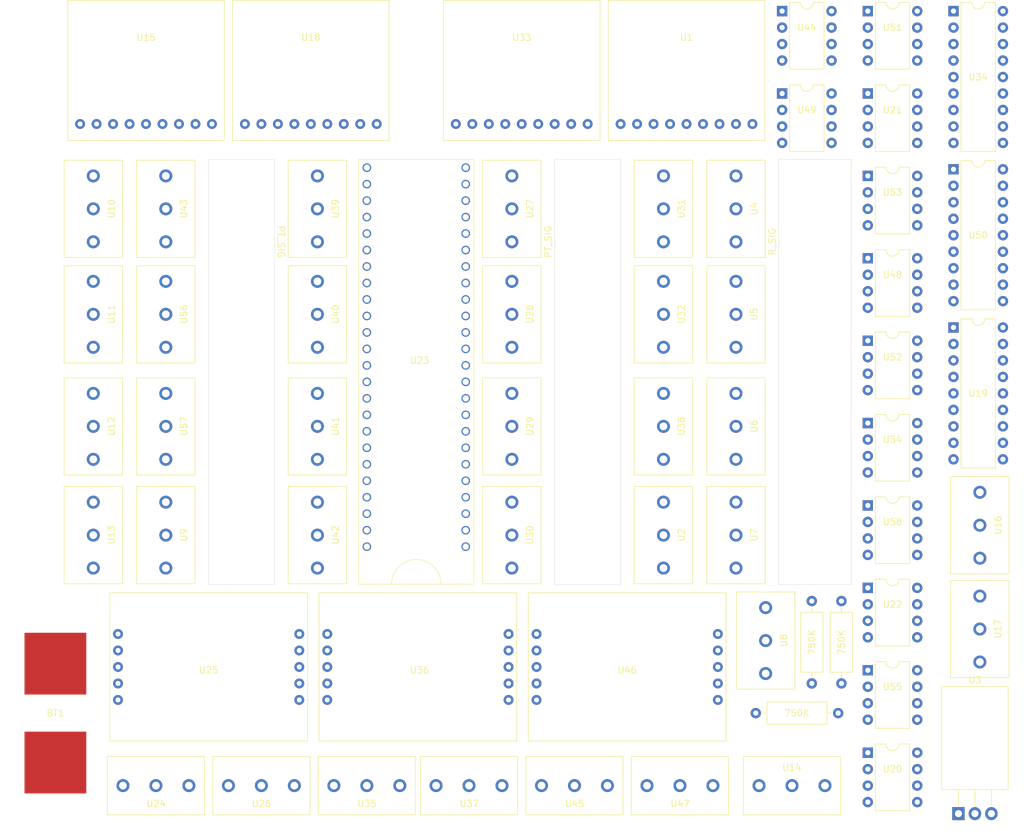
<source format=kicad_pcb>
(kicad_pcb (version 20171130) (host pcbnew "(5.1.9-0-10_14)")

  (general
    (thickness 1.6)
    (drawings 20)
    (tracks 0)
    (zones 0)
    (modules 62)
    (nets 115)
  )

  (page A4)
  (layers
    (0 F.Cu signal)
    (31 B.Cu signal)
    (32 B.Adhes user)
    (33 F.Adhes user)
    (34 B.Paste user)
    (35 F.Paste user)
    (36 B.SilkS user)
    (37 F.SilkS user)
    (38 B.Mask user)
    (39 F.Mask user)
    (40 Dwgs.User user)
    (41 Cmts.User user)
    (42 Eco1.User user)
    (43 Eco2.User user)
    (44 Edge.Cuts user)
    (45 Margin user)
    (46 B.CrtYd user)
    (47 F.CrtYd user)
    (48 B.Fab user)
    (49 F.Fab user)
  )

  (setup
    (last_trace_width 0.25)
    (trace_clearance 0.2)
    (zone_clearance 0.508)
    (zone_45_only no)
    (trace_min 0.2)
    (via_size 0.8)
    (via_drill 0.4)
    (via_min_size 0.4)
    (via_min_drill 0.3)
    (uvia_size 0.3)
    (uvia_drill 0.1)
    (uvias_allowed no)
    (uvia_min_size 0.2)
    (uvia_min_drill 0.1)
    (edge_width 0.05)
    (segment_width 0.2)
    (pcb_text_width 0.3)
    (pcb_text_size 1.5 1.5)
    (mod_edge_width 0.12)
    (mod_text_size 1 1)
    (mod_text_width 0.15)
    (pad_size 1.524 1.524)
    (pad_drill 0.762)
    (pad_to_mask_clearance 0.0508)
    (aux_axis_origin 0 0)
    (visible_elements 7FFFF7FF)
    (pcbplotparams
      (layerselection 0x010f0_ffffffff)
      (usegerberextensions false)
      (usegerberattributes false)
      (usegerberadvancedattributes false)
      (creategerberjobfile false)
      (excludeedgelayer true)
      (linewidth 0.150000)
      (plotframeref false)
      (viasonmask false)
      (mode 1)
      (useauxorigin false)
      (hpglpennumber 1)
      (hpglpenspeed 20)
      (hpglpendiameter 15.000000)
      (psnegative false)
      (psa4output false)
      (plotreference true)
      (plotvalue false)
      (plotinvisibletext false)
      (padsonsilk true)
      (subtractmaskfromsilk false)
      (outputformat 1)
      (mirror false)
      (drillshape 0)
      (scaleselection 1)
      (outputdirectory "gerbers/"))
  )

  (net 0 "")
  (net 1 "Net-(BT1-Pad1)")
  (net 2 GND1)
  (net 3 +5V)
  (net 4 1)
  (net 5 2)
  (net 6 3)
  (net 7 4)
  (net 8 5)
  (net 9 6)
  (net 10 13)
  (net 11 15)
  (net 12 7)
  (net 13 8)
  (net 14 9)
  (net 15 10)
  (net 16 11)
  (net 17 12)
  (net 18 14)
  (net 19 "Net-(U24-Pad3)")
  (net 20 "Net-(U25-Pad3)")
  (net 21 19)
  (net 22 18)
  (net 23 17)
  (net 24 16)
  (net 25 21)
  (net 26 20)
  (net 27 "Net-(U23-Pad47)")
  (net 28 "Net-(U23-Pad37)")
  (net 29 "Net-(U23-Pad38)")
  (net 30 "Net-(U23-Pad45)")
  (net 31 "Net-(U23-Pad44)")
  (net 32 "Net-(U23-Pad43)")
  (net 33 "Net-(U23-Pad14)")
  (net 34 "Net-(U23-Pad15)")
  (net 35 "Net-(U23-Pad16)")
  (net 36 "Net-(U23-Pad17)")
  (net 37 "Net-(U23-Pad18)")
  (net 38 "Net-(U23-Pad19)")
  (net 39 "Net-(U23-Pad20)")
  (net 40 "Net-(U23-Pad21)")
  (net 41 "Net-(U23-Pad22)")
  (net 42 "Net-(U23-Pad23)")
  (net 43 "Net-(U23-Pad42)")
  (net 44 "Net-(U23-Pad41)")
  (net 45 "Net-(U24-Pad1)")
  (net 46 "Net-(U24-Pad2)")
  (net 47 "Net-(U25-Pad2)")
  (net 48 "Net-(U25-Pad1)")
  (net 49 "Net-(U35-Pad3)")
  (net 50 "Net-(U35-Pad2)")
  (net 51 "Net-(U35-Pad1)")
  (net 52 "Net-(U36-Pad1)")
  (net 53 "Net-(U36-Pad3)")
  (net 54 "Net-(U36-Pad2)")
  (net 55 "Net-(U45-Pad3)")
  (net 56 "Net-(U45-Pad2)")
  (net 57 "Net-(U45-Pad1)")
  (net 58 "Net-(U46-Pad2)")
  (net 59 "Net-(U46-Pad3)")
  (net 60 "Net-(U46-Pad1)")
  (net 61 "Net-(R1-Pad2)")
  (net 62 "Net-(R1-Pad1)")
  (net 63 "Net-(R2-Pad2)")
  (net 64 "Net-(R2-Pad1)")
  (net 65 "Net-(R3-Pad2)")
  (net 66 "Net-(R3-Pad1)")
  (net 67 "Net-(U1-Pad9)")
  (net 68 "Net-(U1-Pad8)")
  (net 69 51)
  (net 70 "Net-(U1-Pad2)")
  (net 71 40)
  (net 72 41)
  (net 73 42)
  (net 74 43)
  (net 75 44)
  (net 76 45)
  (net 77 53)
  (net 78 54)
  (net 79 48)
  (net 80 46)
  (net 81 47)
  (net 82 49)
  (net 83 "Net-(U15-Pad9)")
  (net 84 "Net-(U15-Pad8)")
  (net 85 50)
  (net 86 "Net-(U15-Pad2)")
  (net 87 "Net-(U16-Pad3)")
  (net 88 52)
  (net 89 27)
  (net 90 26)
  (net 91 25)
  (net 92 "Net-(U18-Pad9)")
  (net 93 "Net-(U18-Pad8)")
  (net 94 "Net-(U18-Pad2)")
  (net 95 36)
  (net 96 37)
  (net 97 38)
  (net 98 39)
  (net 99 28)
  (net 100 31)
  (net 101 "Net-(U23-Pad24)")
  (net 102 58)
  (net 103 55)
  (net 104 56)
  (net 105 57)
  (net 106 "Net-(U33-Pad9)")
  (net 107 "Net-(U33-Pad8)")
  (net 108 "Net-(U33-Pad2)")
  (net 109 32)
  (net 110 33)
  (net 111 34)
  (net 112 35)
  (net 113 29)
  (net 114 30)

  (net_class Default "This is the default net class."
    (clearance 0.2)
    (trace_width 0.25)
    (via_dia 0.8)
    (via_drill 0.4)
    (uvia_dia 0.3)
    (uvia_drill 0.1)
    (add_net +5V)
    (add_net 1)
    (add_net 10)
    (add_net 11)
    (add_net 12)
    (add_net 13)
    (add_net 14)
    (add_net 15)
    (add_net 16)
    (add_net 17)
    (add_net 18)
    (add_net 19)
    (add_net 2)
    (add_net 20)
    (add_net 21)
    (add_net 25)
    (add_net 26)
    (add_net 27)
    (add_net 28)
    (add_net 29)
    (add_net 3)
    (add_net 30)
    (add_net 31)
    (add_net 32)
    (add_net 33)
    (add_net 34)
    (add_net 35)
    (add_net 36)
    (add_net 37)
    (add_net 38)
    (add_net 39)
    (add_net 4)
    (add_net 40)
    (add_net 41)
    (add_net 42)
    (add_net 43)
    (add_net 44)
    (add_net 45)
    (add_net 46)
    (add_net 47)
    (add_net 48)
    (add_net 49)
    (add_net 5)
    (add_net 50)
    (add_net 51)
    (add_net 52)
    (add_net 53)
    (add_net 54)
    (add_net 55)
    (add_net 56)
    (add_net 57)
    (add_net 58)
    (add_net 6)
    (add_net 7)
    (add_net 8)
    (add_net 9)
    (add_net GND1)
    (add_net "Net-(BT1-Pad1)")
    (add_net "Net-(R1-Pad1)")
    (add_net "Net-(R1-Pad2)")
    (add_net "Net-(R2-Pad1)")
    (add_net "Net-(R2-Pad2)")
    (add_net "Net-(R3-Pad1)")
    (add_net "Net-(R3-Pad2)")
    (add_net "Net-(U1-Pad2)")
    (add_net "Net-(U1-Pad8)")
    (add_net "Net-(U1-Pad9)")
    (add_net "Net-(U15-Pad2)")
    (add_net "Net-(U15-Pad8)")
    (add_net "Net-(U15-Pad9)")
    (add_net "Net-(U16-Pad3)")
    (add_net "Net-(U18-Pad2)")
    (add_net "Net-(U18-Pad8)")
    (add_net "Net-(U18-Pad9)")
    (add_net "Net-(U23-Pad14)")
    (add_net "Net-(U23-Pad15)")
    (add_net "Net-(U23-Pad16)")
    (add_net "Net-(U23-Pad17)")
    (add_net "Net-(U23-Pad18)")
    (add_net "Net-(U23-Pad19)")
    (add_net "Net-(U23-Pad20)")
    (add_net "Net-(U23-Pad21)")
    (add_net "Net-(U23-Pad22)")
    (add_net "Net-(U23-Pad23)")
    (add_net "Net-(U23-Pad24)")
    (add_net "Net-(U23-Pad37)")
    (add_net "Net-(U23-Pad38)")
    (add_net "Net-(U23-Pad41)")
    (add_net "Net-(U23-Pad42)")
    (add_net "Net-(U23-Pad43)")
    (add_net "Net-(U23-Pad44)")
    (add_net "Net-(U23-Pad45)")
    (add_net "Net-(U23-Pad47)")
    (add_net "Net-(U24-Pad1)")
    (add_net "Net-(U24-Pad2)")
    (add_net "Net-(U24-Pad3)")
    (add_net "Net-(U25-Pad1)")
    (add_net "Net-(U25-Pad2)")
    (add_net "Net-(U25-Pad3)")
    (add_net "Net-(U33-Pad2)")
    (add_net "Net-(U33-Pad8)")
    (add_net "Net-(U33-Pad9)")
    (add_net "Net-(U35-Pad1)")
    (add_net "Net-(U35-Pad2)")
    (add_net "Net-(U35-Pad3)")
    (add_net "Net-(U36-Pad1)")
    (add_net "Net-(U36-Pad2)")
    (add_net "Net-(U36-Pad3)")
    (add_net "Net-(U45-Pad1)")
    (add_net "Net-(U45-Pad2)")
    (add_net "Net-(U45-Pad3)")
    (add_net "Net-(U46-Pad1)")
    (add_net "Net-(U46-Pad2)")
    (add_net "Net-(U46-Pad3)")
  )

  (module Launchbox:Lipo_Battery_Connector (layer F.Cu) (tedit 5F641BA3) (tstamp 601852C9)
    (at 90.17 146.304 90)
    (path /5F7495D2)
    (fp_text reference BT1 (at 0 0 180) (layer F.SilkS)
      (effects (font (size 1 1) (thickness 0.15)))
    )
    (fp_text value Battery_Cell (at 0.08 -7.69 90) (layer F.Fab)
      (effects (font (size 1 1) (thickness 0.15)))
    )
    (pad 1 smd rect (at -7.62 0 90) (size 9.525 9.525) (layers F.Cu F.Paste F.Mask)
      (net 1 "Net-(BT1-Pad1)"))
    (pad 2 smd rect (at 7.62 0 90) (size 9.525 9.525) (layers F.Cu F.Paste F.Mask)
      (net 2 GND1))
  )

  (module Resistor_THT:R_Axial_DIN0309_L9.0mm_D3.2mm_P12.70mm_Horizontal (layer F.Cu) (tedit 5AE5139B) (tstamp 601831F6)
    (at 211.328 141.732 90)
    (descr "Resistor, Axial_DIN0309 series, Axial, Horizontal, pin pitch=12.7mm, 0.5W = 1/2W, length*diameter=9*3.2mm^2, http://cdn-reichelt.de/documents/datenblatt/B400/1_4W%23YAG.pdf")
    (tags "Resistor Axial_DIN0309 series Axial Horizontal pin pitch 12.7mm 0.5W = 1/2W length 9mm diameter 3.2mm")
    (path /6095AF9E)
    (fp_text reference 750K (at 6.35 0 90) (layer F.SilkS)
      (effects (font (size 1 1) (thickness 0.15)))
    )
    (fp_text value R_US (at 6.35 1.016 90) (layer F.Fab)
      (effects (font (size 1 1) (thickness 0.15)))
    )
    (fp_line (start 13.75 -1.85) (end -1.05 -1.85) (layer F.CrtYd) (width 0.05))
    (fp_line (start 13.75 1.85) (end 13.75 -1.85) (layer F.CrtYd) (width 0.05))
    (fp_line (start -1.05 1.85) (end 13.75 1.85) (layer F.CrtYd) (width 0.05))
    (fp_line (start -1.05 -1.85) (end -1.05 1.85) (layer F.CrtYd) (width 0.05))
    (fp_line (start 11.66 0) (end 10.97 0) (layer F.SilkS) (width 0.12))
    (fp_line (start 1.04 0) (end 1.73 0) (layer F.SilkS) (width 0.12))
    (fp_line (start 10.97 -1.72) (end 1.73 -1.72) (layer F.SilkS) (width 0.12))
    (fp_line (start 10.97 1.72) (end 10.97 -1.72) (layer F.SilkS) (width 0.12))
    (fp_line (start 1.73 1.72) (end 10.97 1.72) (layer F.SilkS) (width 0.12))
    (fp_line (start 1.73 -1.72) (end 1.73 1.72) (layer F.SilkS) (width 0.12))
    (fp_line (start 12.7 0) (end 10.85 0) (layer F.Fab) (width 0.1))
    (fp_line (start 0 0) (end 1.85 0) (layer F.Fab) (width 0.1))
    (fp_line (start 10.85 -1.6) (end 1.85 -1.6) (layer F.Fab) (width 0.1))
    (fp_line (start 10.85 1.6) (end 10.85 -1.6) (layer F.Fab) (width 0.1))
    (fp_line (start 1.85 1.6) (end 10.85 1.6) (layer F.Fab) (width 0.1))
    (fp_line (start 1.85 -1.6) (end 1.85 1.6) (layer F.Fab) (width 0.1))
    (fp_text user %R (at 6.35 0 90) (layer F.Fab)
      (effects (font (size 1 1) (thickness 0.15)))
    )
    (pad 1 thru_hole circle (at 0 0 90) (size 1.6 1.6) (drill 0.8) (layers *.Cu *.Mask)
      (net 62 "Net-(R1-Pad1)"))
    (pad 2 thru_hole oval (at 12.7 0 90) (size 1.6 1.6) (drill 0.8) (layers *.Cu *.Mask)
      (net 61 "Net-(R1-Pad2)"))
    (model ${KISYS3DMOD}/Resistor_THT.3dshapes/R_Axial_DIN0309_L9.0mm_D3.2mm_P12.70mm_Horizontal.wrl
      (at (xyz 0 0 0))
      (scale (xyz 1 1 1))
      (rotate (xyz 0 0 0))
    )
  )

  (module Resistor_THT:R_Axial_DIN0309_L9.0mm_D3.2mm_P12.70mm_Horizontal (layer F.Cu) (tedit 5AE5139B) (tstamp 6018320D)
    (at 206.756 141.732 90)
    (descr "Resistor, Axial_DIN0309 series, Axial, Horizontal, pin pitch=12.7mm, 0.5W = 1/2W, length*diameter=9*3.2mm^2, http://cdn-reichelt.de/documents/datenblatt/B400/1_4W%23YAG.pdf")
    (tags "Resistor Axial_DIN0309 series Axial Horizontal pin pitch 12.7mm 0.5W = 1/2W length 9mm diameter 3.2mm")
    (path /60B339B4)
    (fp_text reference 750K (at 6.35 0 90) (layer F.SilkS)
      (effects (font (size 1 1) (thickness 0.15)))
    )
    (fp_text value R_US (at 6.35 1.016 90) (layer F.Fab)
      (effects (font (size 1 1) (thickness 0.15)))
    )
    (fp_line (start 13.75 -1.85) (end -1.05 -1.85) (layer F.CrtYd) (width 0.05))
    (fp_line (start 13.75 1.85) (end 13.75 -1.85) (layer F.CrtYd) (width 0.05))
    (fp_line (start -1.05 1.85) (end 13.75 1.85) (layer F.CrtYd) (width 0.05))
    (fp_line (start -1.05 -1.85) (end -1.05 1.85) (layer F.CrtYd) (width 0.05))
    (fp_line (start 11.66 0) (end 10.97 0) (layer F.SilkS) (width 0.12))
    (fp_line (start 1.04 0) (end 1.73 0) (layer F.SilkS) (width 0.12))
    (fp_line (start 10.97 -1.72) (end 1.73 -1.72) (layer F.SilkS) (width 0.12))
    (fp_line (start 10.97 1.72) (end 10.97 -1.72) (layer F.SilkS) (width 0.12))
    (fp_line (start 1.73 1.72) (end 10.97 1.72) (layer F.SilkS) (width 0.12))
    (fp_line (start 1.73 -1.72) (end 1.73 1.72) (layer F.SilkS) (width 0.12))
    (fp_line (start 12.7 0) (end 10.85 0) (layer F.Fab) (width 0.1))
    (fp_line (start 0 0) (end 1.85 0) (layer F.Fab) (width 0.1))
    (fp_line (start 10.85 -1.6) (end 1.85 -1.6) (layer F.Fab) (width 0.1))
    (fp_line (start 10.85 1.6) (end 10.85 -1.6) (layer F.Fab) (width 0.1))
    (fp_line (start 1.85 1.6) (end 10.85 1.6) (layer F.Fab) (width 0.1))
    (fp_line (start 1.85 -1.6) (end 1.85 1.6) (layer F.Fab) (width 0.1))
    (fp_text user %R (at 6.35 0 90) (layer F.Fab)
      (effects (font (size 1 1) (thickness 0.15)))
    )
    (pad 1 thru_hole circle (at 0 0 90) (size 1.6 1.6) (drill 0.8) (layers *.Cu *.Mask)
      (net 64 "Net-(R2-Pad1)"))
    (pad 2 thru_hole oval (at 12.7 0 90) (size 1.6 1.6) (drill 0.8) (layers *.Cu *.Mask)
      (net 63 "Net-(R2-Pad2)"))
    (model ${KISYS3DMOD}/Resistor_THT.3dshapes/R_Axial_DIN0309_L9.0mm_D3.2mm_P12.70mm_Horizontal.wrl
      (at (xyz 0 0 0))
      (scale (xyz 1 1 1))
      (rotate (xyz 0 0 0))
    )
  )

  (module Resistor_THT:R_Axial_DIN0309_L9.0mm_D3.2mm_P12.70mm_Horizontal (layer F.Cu) (tedit 5AE5139B) (tstamp 60183224)
    (at 198.12 146.304)
    (descr "Resistor, Axial_DIN0309 series, Axial, Horizontal, pin pitch=12.7mm, 0.5W = 1/2W, length*diameter=9*3.2mm^2, http://cdn-reichelt.de/documents/datenblatt/B400/1_4W%23YAG.pdf")
    (tags "Resistor Axial_DIN0309 series Axial Horizontal pin pitch 12.7mm 0.5W = 1/2W length 9mm diameter 3.2mm")
    (path /60B6E9C5)
    (fp_text reference 750K (at 6.35 0) (layer F.SilkS)
      (effects (font (size 1 1) (thickness 0.15)))
    )
    (fp_text value R_US (at 6.35 2.72) (layer F.Fab)
      (effects (font (size 1 1) (thickness 0.15)))
    )
    (fp_text user %R (at 6.35 0) (layer F.Fab)
      (effects (font (size 1 1) (thickness 0.15)))
    )
    (fp_line (start 1.85 -1.6) (end 1.85 1.6) (layer F.Fab) (width 0.1))
    (fp_line (start 1.85 1.6) (end 10.85 1.6) (layer F.Fab) (width 0.1))
    (fp_line (start 10.85 1.6) (end 10.85 -1.6) (layer F.Fab) (width 0.1))
    (fp_line (start 10.85 -1.6) (end 1.85 -1.6) (layer F.Fab) (width 0.1))
    (fp_line (start 0 0) (end 1.85 0) (layer F.Fab) (width 0.1))
    (fp_line (start 12.7 0) (end 10.85 0) (layer F.Fab) (width 0.1))
    (fp_line (start 1.73 -1.72) (end 1.73 1.72) (layer F.SilkS) (width 0.12))
    (fp_line (start 1.73 1.72) (end 10.97 1.72) (layer F.SilkS) (width 0.12))
    (fp_line (start 10.97 1.72) (end 10.97 -1.72) (layer F.SilkS) (width 0.12))
    (fp_line (start 10.97 -1.72) (end 1.73 -1.72) (layer F.SilkS) (width 0.12))
    (fp_line (start 1.04 0) (end 1.73 0) (layer F.SilkS) (width 0.12))
    (fp_line (start 11.66 0) (end 10.97 0) (layer F.SilkS) (width 0.12))
    (fp_line (start -1.05 -1.85) (end -1.05 1.85) (layer F.CrtYd) (width 0.05))
    (fp_line (start -1.05 1.85) (end 13.75 1.85) (layer F.CrtYd) (width 0.05))
    (fp_line (start 13.75 1.85) (end 13.75 -1.85) (layer F.CrtYd) (width 0.05))
    (fp_line (start 13.75 -1.85) (end -1.05 -1.85) (layer F.CrtYd) (width 0.05))
    (pad 2 thru_hole oval (at 12.7 0) (size 1.6 1.6) (drill 0.8) (layers *.Cu *.Mask)
      (net 65 "Net-(R3-Pad2)"))
    (pad 1 thru_hole circle (at 0 0) (size 1.6 1.6) (drill 0.8) (layers *.Cu *.Mask)
      (net 66 "Net-(R3-Pad1)"))
    (model ${KISYS3DMOD}/Resistor_THT.3dshapes/R_Axial_DIN0309_L9.0mm_D3.2mm_P12.70mm_Horizontal.wrl
      (at (xyz 0 0 0))
      (scale (xyz 1 1 1))
      (rotate (xyz 0 0 0))
    )
  )

  (module Launchbox:MAX31856 (layer F.Cu) (tedit 601792D5) (tstamp 60183235)
    (at 187.452 47.244)
    (path /60E52A85)
    (fp_text reference U1 (at 0 -5.08) (layer F.SilkS)
      (effects (font (size 1 1) (thickness 0.15)))
    )
    (fp_text value MAX31856 (at 0 -7.62) (layer F.Fab)
      (effects (font (size 1 1) (thickness 0.15)))
    )
    (fp_line (start -12.065 10.795) (end 12.065 10.795) (layer F.SilkS) (width 0.12))
    (fp_line (start 12.065 -10.795) (end 12.065 10.795) (layer F.SilkS) (width 0.12))
    (fp_line (start -12.065 -10.795) (end 12.065 -10.795) (layer F.SilkS) (width 0.12))
    (fp_line (start -12.065 -10.795) (end -12.065 10.795) (layer F.SilkS) (width 0.12))
    (pad 9 thru_hole circle (at 10.16 8.255) (size 1.524 1.524) (drill 0.762) (layers *.Cu *.Mask)
      (net 67 "Net-(U1-Pad9)"))
    (pad 8 thru_hole circle (at 7.62 8.255) (size 1.524 1.524) (drill 0.762) (layers *.Cu *.Mask)
      (net 68 "Net-(U1-Pad8)"))
    (pad 7 thru_hole circle (at 5.08 8.255) (size 1.524 1.524) (drill 0.762) (layers *.Cu *.Mask)
      (net 69 51))
    (pad 6 thru_hole circle (at 2.54 8.255) (size 1.524 1.524) (drill 0.762) (layers *.Cu *.Mask)
      (net 10 13))
    (pad 5 thru_hole circle (at 0 8.255) (size 1.524 1.524) (drill 0.762) (layers *.Cu *.Mask)
      (net 18 14))
    (pad 4 thru_hole circle (at -2.54 8.255) (size 1.524 1.524) (drill 0.762) (layers *.Cu *.Mask)
      (net 4 1))
    (pad 3 thru_hole circle (at -5.08 8.255) (size 1.524 1.524) (drill 0.762) (layers *.Cu *.Mask)
      (net 2 GND1))
    (pad 2 thru_hole circle (at -7.62 8.255) (size 1.524 1.524) (drill 0.762) (layers *.Cu *.Mask)
      (net 70 "Net-(U1-Pad2)"))
    (pad 1 thru_hole circle (at -10.16 8.255) (size 1.524 1.524) (drill 0.762) (layers *.Cu *.Mask)
      (net 3 +5V))
  )

  (module Launchbox:ScrewTerminals (layer F.Cu) (tedit 60161A8B) (tstamp 60183240)
    (at 183.896 118.872 90)
    (path /6065B074)
    (fp_text reference U2 (at 0.02 2.794 90) (layer F.SilkS)
      (effects (font (size 1 1) (thickness 0.15)))
    )
    (fp_text value SerialScrewTerminals (at 0 -2.032 90) (layer F.Fab)
      (effects (font (size 1 1) (thickness 0.15)))
    )
    (fp_line (start 7.493 4.5) (end 7.493 -4.5) (layer F.SilkS) (width 0.12))
    (fp_line (start -7.493 -4.5) (end 7.493 -4.5) (layer F.SilkS) (width 0.12))
    (fp_line (start -7.493 4.5) (end -7.493 -4.5) (layer F.SilkS) (width 0.12))
    (fp_line (start -7.493 4.5) (end 7.493 4.5) (layer F.SilkS) (width 0.12))
    (pad 3 thru_hole circle (at 5.08 0 90) (size 2 2) (drill 1.2) (layers *.Cu *.Mask)
      (net 2 GND1))
    (pad 2 thru_hole circle (at 0 0 90) (size 2 2) (drill 1.2) (layers *.Cu *.Mask)
      (net 3 +5V))
    (pad 1 thru_hole circle (at -5.08 0 90) (size 2 2) (drill 1.2) (layers *.Cu *.Mask)
      (net 71 40))
  )

  (module Package_TO_SOT_THT:TO-220-3_Horizontal_TabDown (layer F.Cu) (tedit 5AC8BA0D) (tstamp 60185599)
    (at 229.362 161.798)
    (descr "TO-220-3, Horizontal, RM 2.54mm, see https://www.vishay.com/docs/66542/to-220-1.pdf")
    (tags "TO-220-3 Horizontal RM 2.54mm")
    (path /5F74367E)
    (fp_text reference U3 (at 2.54 -20.58) (layer F.SilkS)
      (effects (font (size 1 1) (thickness 0.15)))
    )
    (fp_text value L7805 (at 2.54 2) (layer F.Fab)
      (effects (font (size 1 1) (thickness 0.15)))
    )
    (fp_line (start 7.79 -19.71) (end -2.71 -19.71) (layer F.CrtYd) (width 0.05))
    (fp_line (start 7.79 1.25) (end 7.79 -19.71) (layer F.CrtYd) (width 0.05))
    (fp_line (start -2.71 1.25) (end 7.79 1.25) (layer F.CrtYd) (width 0.05))
    (fp_line (start -2.71 -19.71) (end -2.71 1.25) (layer F.CrtYd) (width 0.05))
    (fp_line (start 5.08 -3.69) (end 5.08 -1.15) (layer F.SilkS) (width 0.12))
    (fp_line (start 2.54 -3.69) (end 2.54 -1.15) (layer F.SilkS) (width 0.12))
    (fp_line (start 0 -3.69) (end 0 -1.15) (layer F.SilkS) (width 0.12))
    (fp_line (start 7.66 -19.58) (end 7.66 -3.69) (layer F.SilkS) (width 0.12))
    (fp_line (start -2.58 -19.58) (end -2.58 -3.69) (layer F.SilkS) (width 0.12))
    (fp_line (start -2.58 -19.58) (end 7.66 -19.58) (layer F.SilkS) (width 0.12))
    (fp_line (start -2.58 -3.69) (end 7.66 -3.69) (layer F.SilkS) (width 0.12))
    (fp_line (start 5.08 -3.81) (end 5.08 0) (layer F.Fab) (width 0.1))
    (fp_line (start 2.54 -3.81) (end 2.54 0) (layer F.Fab) (width 0.1))
    (fp_line (start 0 -3.81) (end 0 0) (layer F.Fab) (width 0.1))
    (fp_line (start 7.54 -3.81) (end -2.46 -3.81) (layer F.Fab) (width 0.1))
    (fp_line (start 7.54 -13.06) (end 7.54 -3.81) (layer F.Fab) (width 0.1))
    (fp_line (start -2.46 -13.06) (end 7.54 -13.06) (layer F.Fab) (width 0.1))
    (fp_line (start -2.46 -3.81) (end -2.46 -13.06) (layer F.Fab) (width 0.1))
    (fp_line (start 7.54 -13.06) (end -2.46 -13.06) (layer F.Fab) (width 0.1))
    (fp_line (start 7.54 -19.46) (end 7.54 -13.06) (layer F.Fab) (width 0.1))
    (fp_line (start -2.46 -19.46) (end 7.54 -19.46) (layer F.Fab) (width 0.1))
    (fp_line (start -2.46 -13.06) (end -2.46 -19.46) (layer F.Fab) (width 0.1))
    (fp_circle (center 2.54 -16.66) (end 4.39 -16.66) (layer F.Fab) (width 0.1))
    (fp_text user %R (at 2.54 -20.58) (layer F.Fab)
      (effects (font (size 1 1) (thickness 0.15)))
    )
    (pad "" np_thru_hole oval (at 2.54 -16.66) (size 3.5 3.5) (drill 3.5) (layers *.Cu *.Mask))
    (pad 1 thru_hole rect (at 0 0) (size 1.905 2) (drill 1.1) (layers *.Cu *.Mask)
      (net 1 "Net-(BT1-Pad1)"))
    (pad 2 thru_hole oval (at 2.54 0) (size 1.905 2) (drill 1.1) (layers *.Cu *.Mask)
      (net 2 GND1))
    (pad 3 thru_hole oval (at 5.08 0) (size 1.905 2) (drill 1.1) (layers *.Cu *.Mask)
      (net 3 +5V))
    (model ${KISYS3DMOD}/Package_TO_SOT_THT.3dshapes/TO-220-3_Horizontal_TabDown.wrl
      (at (xyz 0 0 0))
      (scale (xyz 1 1 1))
      (rotate (xyz 0 0 0))
    )
  )

  (module Launchbox:ScrewTerminals (layer F.Cu) (tedit 60161A8B) (tstamp 601843E1)
    (at 195.072 68.58 90)
    (path /6065EF70)
    (fp_text reference U4 (at 0.02 2.794 90) (layer F.SilkS)
      (effects (font (size 1 1) (thickness 0.15)))
    )
    (fp_text value SerialScrewTerminals (at 0 -2.032 90) (layer F.Fab)
      (effects (font (size 1 1) (thickness 0.15)))
    )
    (fp_line (start -7.493 4.5) (end 7.493 4.5) (layer F.SilkS) (width 0.12))
    (fp_line (start -7.493 4.5) (end -7.493 -4.5) (layer F.SilkS) (width 0.12))
    (fp_line (start -7.493 -4.5) (end 7.493 -4.5) (layer F.SilkS) (width 0.12))
    (fp_line (start 7.493 4.5) (end 7.493 -4.5) (layer F.SilkS) (width 0.12))
    (pad 1 thru_hole circle (at -5.08 0 90) (size 2 2) (drill 1.2) (layers *.Cu *.Mask)
      (net 72 41))
    (pad 2 thru_hole circle (at 0 0 90) (size 2 2) (drill 1.2) (layers *.Cu *.Mask)
      (net 3 +5V))
    (pad 3 thru_hole circle (at 5.08 0 90) (size 2 2) (drill 1.2) (layers *.Cu *.Mask)
      (net 2 GND1))
  )

  (module Launchbox:ScrewTerminals (layer F.Cu) (tedit 60161A8B) (tstamp 60183276)
    (at 195.072 84.836 90)
    (path /6065F610)
    (fp_text reference U5 (at 0.02 2.794 90) (layer F.SilkS)
      (effects (font (size 1 1) (thickness 0.15)))
    )
    (fp_text value SerialScrewTerminals (at 0 -2.032 90) (layer F.Fab)
      (effects (font (size 1 1) (thickness 0.15)))
    )
    (fp_line (start 7.493 4.5) (end 7.493 -4.5) (layer F.SilkS) (width 0.12))
    (fp_line (start -7.493 -4.5) (end 7.493 -4.5) (layer F.SilkS) (width 0.12))
    (fp_line (start -7.493 4.5) (end -7.493 -4.5) (layer F.SilkS) (width 0.12))
    (fp_line (start -7.493 4.5) (end 7.493 4.5) (layer F.SilkS) (width 0.12))
    (pad 3 thru_hole circle (at 5.08 0 90) (size 2 2) (drill 1.2) (layers *.Cu *.Mask)
      (net 2 GND1))
    (pad 2 thru_hole circle (at 0 0 90) (size 2 2) (drill 1.2) (layers *.Cu *.Mask)
      (net 3 +5V))
    (pad 1 thru_hole circle (at -5.08 0 90) (size 2 2) (drill 1.2) (layers *.Cu *.Mask)
      (net 73 42))
  )

  (module Launchbox:ScrewTerminals (layer F.Cu) (tedit 60161A8B) (tstamp 60183281)
    (at 195.072 102.108 90)
    (path /6065FB91)
    (fp_text reference U6 (at 0.02 2.794 90) (layer F.SilkS)
      (effects (font (size 1 1) (thickness 0.15)))
    )
    (fp_text value SerialScrewTerminals (at 0 -2.032 90) (layer F.Fab)
      (effects (font (size 1 1) (thickness 0.15)))
    )
    (fp_line (start -7.493 4.5) (end 7.493 4.5) (layer F.SilkS) (width 0.12))
    (fp_line (start -7.493 4.5) (end -7.493 -4.5) (layer F.SilkS) (width 0.12))
    (fp_line (start -7.493 -4.5) (end 7.493 -4.5) (layer F.SilkS) (width 0.12))
    (fp_line (start 7.493 4.5) (end 7.493 -4.5) (layer F.SilkS) (width 0.12))
    (pad 1 thru_hole circle (at -5.08 0 90) (size 2 2) (drill 1.2) (layers *.Cu *.Mask)
      (net 74 43))
    (pad 2 thru_hole circle (at 0 0 90) (size 2 2) (drill 1.2) (layers *.Cu *.Mask)
      (net 3 +5V))
    (pad 3 thru_hole circle (at 5.08 0 90) (size 2 2) (drill 1.2) (layers *.Cu *.Mask)
      (net 2 GND1))
  )

  (module Launchbox:ScrewTerminals (layer F.Cu) (tedit 60161A8B) (tstamp 6018442A)
    (at 195.072 118.872 90)
    (path /606601F8)
    (fp_text reference U7 (at 0.02 2.794 90) (layer F.SilkS)
      (effects (font (size 1 1) (thickness 0.15)))
    )
    (fp_text value SerialScrewTerminals (at 0 -2.032 90) (layer F.Fab)
      (effects (font (size 1 1) (thickness 0.15)))
    )
    (fp_line (start 7.493 4.5) (end 7.493 -4.5) (layer F.SilkS) (width 0.12))
    (fp_line (start -7.493 -4.5) (end 7.493 -4.5) (layer F.SilkS) (width 0.12))
    (fp_line (start -7.493 4.5) (end -7.493 -4.5) (layer F.SilkS) (width 0.12))
    (fp_line (start -7.493 4.5) (end 7.493 4.5) (layer F.SilkS) (width 0.12))
    (pad 3 thru_hole circle (at 5.08 0 90) (size 2 2) (drill 1.2) (layers *.Cu *.Mask)
      (net 2 GND1))
    (pad 2 thru_hole circle (at 0 0 90) (size 2 2) (drill 1.2) (layers *.Cu *.Mask)
      (net 3 +5V))
    (pad 1 thru_hole circle (at -5.08 0 90) (size 2 2) (drill 1.2) (layers *.Cu *.Mask)
      (net 75 44))
  )

  (module Launchbox:ScrewTerminals (layer F.Cu) (tedit 60161A8B) (tstamp 60183297)
    (at 199.644 135.128 90)
    (path /606604F0)
    (fp_text reference U8 (at 0.02 2.794 90) (layer F.SilkS)
      (effects (font (size 1 1) (thickness 0.15)))
    )
    (fp_text value SerialScrewTerminals (at 0 -2.032 90) (layer F.Fab)
      (effects (font (size 1 1) (thickness 0.15)))
    )
    (fp_line (start -7.493 4.5) (end 7.493 4.5) (layer F.SilkS) (width 0.12))
    (fp_line (start -7.493 4.5) (end -7.493 -4.5) (layer F.SilkS) (width 0.12))
    (fp_line (start -7.493 -4.5) (end 7.493 -4.5) (layer F.SilkS) (width 0.12))
    (fp_line (start 7.493 4.5) (end 7.493 -4.5) (layer F.SilkS) (width 0.12))
    (pad 1 thru_hole circle (at -5.08 0 90) (size 2 2) (drill 1.2) (layers *.Cu *.Mask)
      (net 76 45))
    (pad 2 thru_hole circle (at 0 0 90) (size 2 2) (drill 1.2) (layers *.Cu *.Mask)
      (net 3 +5V))
    (pad 3 thru_hole circle (at 5.08 0 90) (size 2 2) (drill 1.2) (layers *.Cu *.Mask)
      (net 2 GND1))
  )

  (module Launchbox:ScrewTerminals (layer F.Cu) (tedit 60161A8B) (tstamp 601832A2)
    (at 107.188 118.872 90)
    (path /60660ADE)
    (fp_text reference U9 (at 0.02 2.794 90) (layer F.SilkS)
      (effects (font (size 1 1) (thickness 0.15)))
    )
    (fp_text value SerialScrewTerminals (at 0 -2.032 90) (layer F.Fab)
      (effects (font (size 1 1) (thickness 0.15)))
    )
    (fp_line (start 7.493 4.5) (end 7.493 -4.5) (layer F.SilkS) (width 0.12))
    (fp_line (start -7.493 -4.5) (end 7.493 -4.5) (layer F.SilkS) (width 0.12))
    (fp_line (start -7.493 4.5) (end -7.493 -4.5) (layer F.SilkS) (width 0.12))
    (fp_line (start -7.493 4.5) (end 7.493 4.5) (layer F.SilkS) (width 0.12))
    (pad 3 thru_hole circle (at 5.08 0 90) (size 2 2) (drill 1.2) (layers *.Cu *.Mask)
      (net 2 GND1))
    (pad 2 thru_hole circle (at 0 0 90) (size 2 2) (drill 1.2) (layers *.Cu *.Mask)
      (net 3 +5V))
    (pad 1 thru_hole circle (at -5.08 0 90) (size 2 2) (drill 1.2) (layers *.Cu *.Mask)
      (net 77 53))
  )

  (module Launchbox:ScrewTerminals (layer F.Cu) (tedit 60161A8B) (tstamp 601832AD)
    (at 96.012 68.58 90)
    (path /60661107)
    (fp_text reference U10 (at 0.02 2.794 90) (layer F.SilkS)
      (effects (font (size 1 1) (thickness 0.15)))
    )
    (fp_text value SerialScrewTerminals (at 0 -2.032 90) (layer F.Fab)
      (effects (font (size 1 1) (thickness 0.15)))
    )
    (fp_line (start -7.493 4.5) (end 7.493 4.5) (layer F.SilkS) (width 0.12))
    (fp_line (start -7.493 4.5) (end -7.493 -4.5) (layer F.SilkS) (width 0.12))
    (fp_line (start -7.493 -4.5) (end 7.493 -4.5) (layer F.SilkS) (width 0.12))
    (fp_line (start 7.493 4.5) (end 7.493 -4.5) (layer F.SilkS) (width 0.12))
    (pad 1 thru_hole circle (at -5.08 0 90) (size 2 2) (drill 1.2) (layers *.Cu *.Mask)
      (net 78 54))
    (pad 2 thru_hole circle (at 0 0 90) (size 2 2) (drill 1.2) (layers *.Cu *.Mask)
      (net 3 +5V))
    (pad 3 thru_hole circle (at 5.08 0 90) (size 2 2) (drill 1.2) (layers *.Cu *.Mask)
      (net 2 GND1))
  )

  (module Launchbox:ScrewTerminals (layer F.Cu) (tedit 60161A8B) (tstamp 601832B8)
    (at 96.012 84.836 90)
    (path /60F82FEC)
    (fp_text reference U11 (at 0.02 2.794 90) (layer F.SilkS)
      (effects (font (size 1 1) (thickness 0.15)))
    )
    (fp_text value SerialScrewTerminals (at 0 -2.032 90) (layer F.Fab)
      (effects (font (size 1 1) (thickness 0.15)))
    )
    (fp_line (start -7.493 4.5) (end 7.493 4.5) (layer F.SilkS) (width 0.12))
    (fp_line (start -7.493 4.5) (end -7.493 -4.5) (layer F.SilkS) (width 0.12))
    (fp_line (start -7.493 -4.5) (end 7.493 -4.5) (layer F.SilkS) (width 0.12))
    (fp_line (start 7.493 4.5) (end 7.493 -4.5) (layer F.SilkS) (width 0.12))
    (pad 1 thru_hole circle (at -5.08 0 90) (size 2 2) (drill 1.2) (layers *.Cu *.Mask)
      (net 79 48))
    (pad 2 thru_hole circle (at 0 0 90) (size 2 2) (drill 1.2) (layers *.Cu *.Mask)
      (net 3 +5V))
    (pad 3 thru_hole circle (at 5.08 0 90) (size 2 2) (drill 1.2) (layers *.Cu *.Mask)
      (net 2 GND1))
  )

  (module Launchbox:ScrewTerminals (layer F.Cu) (tedit 60161A8B) (tstamp 601832C3)
    (at 96.012 102.108 90)
    (path /6065C6C5)
    (fp_text reference U12 (at 0.02 2.794 90) (layer F.SilkS)
      (effects (font (size 1 1) (thickness 0.15)))
    )
    (fp_text value SerialScrewTerminals (at 0 -2.032 90) (layer F.Fab)
      (effects (font (size 1 1) (thickness 0.15)))
    )
    (fp_line (start -7.493 4.5) (end 7.493 4.5) (layer F.SilkS) (width 0.12))
    (fp_line (start -7.493 4.5) (end -7.493 -4.5) (layer F.SilkS) (width 0.12))
    (fp_line (start -7.493 -4.5) (end 7.493 -4.5) (layer F.SilkS) (width 0.12))
    (fp_line (start 7.493 4.5) (end 7.493 -4.5) (layer F.SilkS) (width 0.12))
    (pad 1 thru_hole circle (at -5.08 0 90) (size 2 2) (drill 1.2) (layers *.Cu *.Mask)
      (net 80 46))
    (pad 2 thru_hole circle (at 0 0 90) (size 2 2) (drill 1.2) (layers *.Cu *.Mask)
      (net 3 +5V))
    (pad 3 thru_hole circle (at 5.08 0 90) (size 2 2) (drill 1.2) (layers *.Cu *.Mask)
      (net 2 GND1))
  )

  (module Launchbox:ScrewTerminals (layer F.Cu) (tedit 60161A8B) (tstamp 601832CE)
    (at 96.012 118.872 90)
    (path /6065D2E6)
    (fp_text reference U13 (at 0.02 2.794 90) (layer F.SilkS)
      (effects (font (size 1 1) (thickness 0.15)))
    )
    (fp_text value SerialScrewTerminals (at 0 -2.032 90) (layer F.Fab)
      (effects (font (size 1 1) (thickness 0.15)))
    )
    (fp_line (start 7.493 4.5) (end 7.493 -4.5) (layer F.SilkS) (width 0.12))
    (fp_line (start -7.493 -4.5) (end 7.493 -4.5) (layer F.SilkS) (width 0.12))
    (fp_line (start -7.493 4.5) (end -7.493 -4.5) (layer F.SilkS) (width 0.12))
    (fp_line (start -7.493 4.5) (end 7.493 4.5) (layer F.SilkS) (width 0.12))
    (pad 3 thru_hole circle (at 5.08 0 90) (size 2 2) (drill 1.2) (layers *.Cu *.Mask)
      (net 2 GND1))
    (pad 2 thru_hole circle (at 0 0 90) (size 2 2) (drill 1.2) (layers *.Cu *.Mask)
      (net 3 +5V))
    (pad 1 thru_hole circle (at -5.08 0 90) (size 2 2) (drill 1.2) (layers *.Cu *.Mask)
      (net 81 47))
  )

  (module Launchbox:ScrewTerminals (layer F.Cu) (tedit 60161A8B) (tstamp 601832D9)
    (at 203.708 157.48 180)
    (path /60FF6B5A)
    (fp_text reference U14 (at 0.02 2.794) (layer F.SilkS)
      (effects (font (size 1 1) (thickness 0.15)))
    )
    (fp_text value SerialScrewTerminals (at 0 -2.032) (layer F.Fab)
      (effects (font (size 1 1) (thickness 0.15)))
    )
    (fp_line (start 7.493 4.5) (end 7.493 -4.5) (layer F.SilkS) (width 0.12))
    (fp_line (start -7.493 -4.5) (end 7.493 -4.5) (layer F.SilkS) (width 0.12))
    (fp_line (start -7.493 4.5) (end -7.493 -4.5) (layer F.SilkS) (width 0.12))
    (fp_line (start -7.493 4.5) (end 7.493 4.5) (layer F.SilkS) (width 0.12))
    (pad 3 thru_hole circle (at 5.08 0 180) (size 2 2) (drill 1.2) (layers *.Cu *.Mask)
      (net 2 GND1))
    (pad 2 thru_hole circle (at 0 0 180) (size 2 2) (drill 1.2) (layers *.Cu *.Mask)
      (net 3 +5V))
    (pad 1 thru_hole circle (at -5.08 0 180) (size 2 2) (drill 1.2) (layers *.Cu *.Mask)
      (net 82 49))
  )

  (module Launchbox:MAX31856 (layer F.Cu) (tedit 601792D5) (tstamp 601832EA)
    (at 104.14 47.244)
    (path /60A53269)
    (fp_text reference U15 (at 0 -5.08) (layer F.SilkS)
      (effects (font (size 1 1) (thickness 0.15)))
    )
    (fp_text value MAX31856 (at 0 -7.62) (layer F.Fab)
      (effects (font (size 1 1) (thickness 0.15)))
    )
    (fp_line (start -12.065 -10.795) (end -12.065 10.795) (layer F.SilkS) (width 0.12))
    (fp_line (start -12.065 -10.795) (end 12.065 -10.795) (layer F.SilkS) (width 0.12))
    (fp_line (start 12.065 -10.795) (end 12.065 10.795) (layer F.SilkS) (width 0.12))
    (fp_line (start -12.065 10.795) (end 12.065 10.795) (layer F.SilkS) (width 0.12))
    (pad 1 thru_hole circle (at -10.16 8.255) (size 1.524 1.524) (drill 0.762) (layers *.Cu *.Mask)
      (net 3 +5V))
    (pad 2 thru_hole circle (at -7.62 8.255) (size 1.524 1.524) (drill 0.762) (layers *.Cu *.Mask)
      (net 86 "Net-(U15-Pad2)"))
    (pad 3 thru_hole circle (at -5.08 8.255) (size 1.524 1.524) (drill 0.762) (layers *.Cu *.Mask)
      (net 2 GND1))
    (pad 4 thru_hole circle (at -2.54 8.255) (size 1.524 1.524) (drill 0.762) (layers *.Cu *.Mask)
      (net 4 1))
    (pad 5 thru_hole circle (at 0 8.255) (size 1.524 1.524) (drill 0.762) (layers *.Cu *.Mask)
      (net 18 14))
    (pad 6 thru_hole circle (at 2.54 8.255) (size 1.524 1.524) (drill 0.762) (layers *.Cu *.Mask)
      (net 10 13))
    (pad 7 thru_hole circle (at 5.08 8.255) (size 1.524 1.524) (drill 0.762) (layers *.Cu *.Mask)
      (net 85 50))
    (pad 8 thru_hole circle (at 7.62 8.255) (size 1.524 1.524) (drill 0.762) (layers *.Cu *.Mask)
      (net 84 "Net-(U15-Pad8)"))
    (pad 9 thru_hole circle (at 10.16 8.255) (size 1.524 1.524) (drill 0.762) (layers *.Cu *.Mask)
      (net 83 "Net-(U15-Pad9)"))
  )

  (module Launchbox:ScrewTerminals (layer F.Cu) (tedit 60161A8B) (tstamp 6018566D)
    (at 232.664 117.348 90)
    (path /601EB3B9)
    (fp_text reference U16 (at 0.02 2.794 90) (layer F.SilkS)
      (effects (font (size 1 1) (thickness 0.15)))
    )
    (fp_text value SerialScrewTerminals (at 0 -2.032 90) (layer F.Fab)
      (effects (font (size 1 1) (thickness 0.15)))
    )
    (fp_line (start 7.493 4.5) (end 7.493 -4.5) (layer F.SilkS) (width 0.12))
    (fp_line (start -7.493 -4.5) (end 7.493 -4.5) (layer F.SilkS) (width 0.12))
    (fp_line (start -7.493 4.5) (end -7.493 -4.5) (layer F.SilkS) (width 0.12))
    (fp_line (start -7.493 4.5) (end 7.493 4.5) (layer F.SilkS) (width 0.12))
    (pad 3 thru_hole circle (at 5.08 0 90) (size 2 2) (drill 1.2) (layers *.Cu *.Mask)
      (net 87 "Net-(U16-Pad3)"))
    (pad 2 thru_hole circle (at 0 0 90) (size 2 2) (drill 1.2) (layers *.Cu *.Mask)
      (net 2 GND1))
    (pad 1 thru_hole circle (at -5.08 0 90) (size 2 2) (drill 1.2) (layers *.Cu *.Mask)
      (net 88 52))
  )

  (module Launchbox:ScrewTerminals (layer F.Cu) (tedit 60161A8B) (tstamp 60183300)
    (at 232.664 133.35 90)
    (path /601EC5E2)
    (fp_text reference U17 (at 0.02 2.794 90) (layer F.SilkS)
      (effects (font (size 1 1) (thickness 0.15)))
    )
    (fp_text value SerialScrewTerminals (at 0 -2.032 90) (layer F.Fab)
      (effects (font (size 1 1) (thickness 0.15)))
    )
    (fp_line (start -7.493 4.5) (end 7.493 4.5) (layer F.SilkS) (width 0.12))
    (fp_line (start -7.493 4.5) (end -7.493 -4.5) (layer F.SilkS) (width 0.12))
    (fp_line (start -7.493 -4.5) (end 7.493 -4.5) (layer F.SilkS) (width 0.12))
    (fp_line (start 7.493 4.5) (end 7.493 -4.5) (layer F.SilkS) (width 0.12))
    (pad 1 thru_hole circle (at -5.08 0 90) (size 2 2) (drill 1.2) (layers *.Cu *.Mask)
      (net 91 25))
    (pad 2 thru_hole circle (at 0 0 90) (size 2 2) (drill 1.2) (layers *.Cu *.Mask)
      (net 90 26))
    (pad 3 thru_hole circle (at 5.08 0 90) (size 2 2) (drill 1.2) (layers *.Cu *.Mask)
      (net 89 27))
  )

  (module Launchbox:MAX31856 (layer F.Cu) (tedit 601792D5) (tstamp 60183311)
    (at 129.54 47.244)
    (path /60A52729)
    (fp_text reference U18 (at 0 -5.08) (layer F.SilkS)
      (effects (font (size 1 1) (thickness 0.15)))
    )
    (fp_text value MAX31856 (at 0 -7.62) (layer F.Fab)
      (effects (font (size 1 1) (thickness 0.15)))
    )
    (fp_line (start -12.065 10.795) (end 12.065 10.795) (layer F.SilkS) (width 0.12))
    (fp_line (start 12.065 -10.795) (end 12.065 10.795) (layer F.SilkS) (width 0.12))
    (fp_line (start -12.065 -10.795) (end 12.065 -10.795) (layer F.SilkS) (width 0.12))
    (fp_line (start -12.065 -10.795) (end -12.065 10.795) (layer F.SilkS) (width 0.12))
    (pad 9 thru_hole circle (at 10.16 8.255) (size 1.524 1.524) (drill 0.762) (layers *.Cu *.Mask)
      (net 92 "Net-(U18-Pad9)"))
    (pad 8 thru_hole circle (at 7.62 8.255) (size 1.524 1.524) (drill 0.762) (layers *.Cu *.Mask)
      (net 93 "Net-(U18-Pad8)"))
    (pad 7 thru_hole circle (at 5.08 8.255) (size 1.524 1.524) (drill 0.762) (layers *.Cu *.Mask)
      (net 11 15))
    (pad 6 thru_hole circle (at 2.54 8.255) (size 1.524 1.524) (drill 0.762) (layers *.Cu *.Mask)
      (net 10 13))
    (pad 5 thru_hole circle (at 0 8.255) (size 1.524 1.524) (drill 0.762) (layers *.Cu *.Mask)
      (net 18 14))
    (pad 4 thru_hole circle (at -2.54 8.255) (size 1.524 1.524) (drill 0.762) (layers *.Cu *.Mask)
      (net 4 1))
    (pad 3 thru_hole circle (at -5.08 8.255) (size 1.524 1.524) (drill 0.762) (layers *.Cu *.Mask)
      (net 2 GND1))
    (pad 2 thru_hole circle (at -7.62 8.255) (size 1.524 1.524) (drill 0.762) (layers *.Cu *.Mask)
      (net 94 "Net-(U18-Pad2)"))
    (pad 1 thru_hole circle (at -10.16 8.255) (size 1.524 1.524) (drill 0.762) (layers *.Cu *.Mask)
      (net 3 +5V))
  )

  (module Package_DIP:DIP-18_W7.62mm (layer F.Cu) (tedit 5A02E8C5) (tstamp 60184B26)
    (at 228.6 86.868)
    (descr "18-lead though-hole mounted DIP package, row spacing 7.62 mm (300 mils)")
    (tags "THT DIP DIL PDIP 2.54mm 7.62mm 300mil")
    (path /60426FD3)
    (fp_text reference U19 (at 3.81 10.16) (layer F.SilkS)
      (effects (font (size 1 1) (thickness 0.15)))
    )
    (fp_text value Launchbox_HT12D (at 3.556 8.128) (layer F.Fab)
      (effects (font (size 1 1) (thickness 0.15)))
    )
    (fp_line (start 8.7 -1.55) (end -1.1 -1.55) (layer F.CrtYd) (width 0.05))
    (fp_line (start 8.7 21.85) (end 8.7 -1.55) (layer F.CrtYd) (width 0.05))
    (fp_line (start -1.1 21.85) (end 8.7 21.85) (layer F.CrtYd) (width 0.05))
    (fp_line (start -1.1 -1.55) (end -1.1 21.85) (layer F.CrtYd) (width 0.05))
    (fp_line (start 6.46 -1.33) (end 4.81 -1.33) (layer F.SilkS) (width 0.12))
    (fp_line (start 6.46 21.65) (end 6.46 -1.33) (layer F.SilkS) (width 0.12))
    (fp_line (start 1.16 21.65) (end 6.46 21.65) (layer F.SilkS) (width 0.12))
    (fp_line (start 1.16 -1.33) (end 1.16 21.65) (layer F.SilkS) (width 0.12))
    (fp_line (start 2.81 -1.33) (end 1.16 -1.33) (layer F.SilkS) (width 0.12))
    (fp_line (start 0.635 -0.27) (end 1.635 -1.27) (layer F.Fab) (width 0.1))
    (fp_line (start 0.635 21.59) (end 0.635 -0.27) (layer F.Fab) (width 0.1))
    (fp_line (start 6.985 21.59) (end 0.635 21.59) (layer F.Fab) (width 0.1))
    (fp_line (start 6.985 -1.27) (end 6.985 21.59) (layer F.Fab) (width 0.1))
    (fp_line (start 1.635 -1.27) (end 6.985 -1.27) (layer F.Fab) (width 0.1))
    (fp_arc (start 3.81 -1.33) (end 2.81 -1.33) (angle -180) (layer F.SilkS) (width 0.12))
    (fp_text user %R (at 3.81 10.16) (layer F.Fab)
      (effects (font (size 1 1) (thickness 0.15)))
    )
    (pad 1 thru_hole rect (at 0 0) (size 1.6 1.6) (drill 0.8) (layers *.Cu *.Mask)
      (net 2 GND1))
    (pad 10 thru_hole oval (at 7.62 20.32) (size 1.6 1.6) (drill 0.8) (layers *.Cu *.Mask)
      (net 98 39))
    (pad 2 thru_hole oval (at 0 2.54) (size 1.6 1.6) (drill 0.8) (layers *.Cu *.Mask)
      (net 2 GND1))
    (pad 11 thru_hole oval (at 7.62 17.78) (size 1.6 1.6) (drill 0.8) (layers *.Cu *.Mask)
      (net 97 38))
    (pad 3 thru_hole oval (at 0 5.08) (size 1.6 1.6) (drill 0.8) (layers *.Cu *.Mask)
      (net 2 GND1))
    (pad 12 thru_hole oval (at 7.62 15.24) (size 1.6 1.6) (drill 0.8) (layers *.Cu *.Mask)
      (net 96 37))
    (pad 4 thru_hole oval (at 0 7.62) (size 1.6 1.6) (drill 0.8) (layers *.Cu *.Mask)
      (net 2 GND1))
    (pad 13 thru_hole oval (at 7.62 12.7) (size 1.6 1.6) (drill 0.8) (layers *.Cu *.Mask)
      (net 95 36))
    (pad 5 thru_hole oval (at 0 10.16) (size 1.6 1.6) (drill 0.8) (layers *.Cu *.Mask)
      (net 2 GND1))
    (pad 14 thru_hole oval (at 7.62 10.16) (size 1.6 1.6) (drill 0.8) (layers *.Cu *.Mask)
      (net 89 27))
    (pad 6 thru_hole oval (at 0 12.7) (size 1.6 1.6) (drill 0.8) (layers *.Cu *.Mask)
      (net 2 GND1))
    (pad 15 thru_hole oval (at 7.62 7.62) (size 1.6 1.6) (drill 0.8) (layers *.Cu *.Mask)
      (net 61 "Net-(R1-Pad2)"))
    (pad 7 thru_hole oval (at 0 15.24) (size 1.6 1.6) (drill 0.8) (layers *.Cu *.Mask)
      (net 2 GND1))
    (pad 16 thru_hole oval (at 7.62 5.08) (size 1.6 1.6) (drill 0.8) (layers *.Cu *.Mask)
      (net 62 "Net-(R1-Pad1)"))
    (pad 8 thru_hole oval (at 0 17.78) (size 1.6 1.6) (drill 0.8) (layers *.Cu *.Mask)
      (net 2 GND1))
    (pad 17 thru_hole oval (at 7.62 2.54) (size 1.6 1.6) (drill 0.8) (layers *.Cu *.Mask)
      (net 3 +5V))
    (pad 9 thru_hole oval (at 0 20.32) (size 1.6 1.6) (drill 0.8) (layers *.Cu *.Mask)
      (net 2 GND1))
    (pad 18 thru_hole oval (at 7.62 0) (size 1.6 1.6) (drill 0.8) (layers *.Cu *.Mask)
      (net 3 +5V))
    (model ${KISYS3DMOD}/Package_DIP.3dshapes/DIP-18_W7.62mm.wrl
      (at (xyz 0 0 0))
      (scale (xyz 1 1 1))
      (rotate (xyz 0 0 0))
    )
  )

  (module Package_DIP:DIP-8_W7.62mm (layer F.Cu) (tedit 5A02E8C5) (tstamp 60183353)
    (at 215.392 152.4)
    (descr "8-lead though-hole mounted DIP package, row spacing 7.62 mm (300 mils)")
    (tags "THT DIP DIL PDIP 2.54mm 7.62mm 300mil")
    (path /6025E4DA)
    (fp_text reference U20 (at 3.81 2.54) (layer F.SilkS)
      (effects (font (size 1 1) (thickness 0.15)))
    )
    (fp_text value SPDT_IC (at 3.81 5.08) (layer F.Fab)
      (effects (font (size 1 1) (thickness 0.15)))
    )
    (fp_text user %R (at 3.81 3.81) (layer F.Fab)
      (effects (font (size 1 1) (thickness 0.15)))
    )
    (fp_arc (start 3.81 -1.33) (end 2.81 -1.33) (angle -180) (layer F.SilkS) (width 0.12))
    (fp_line (start 1.635 -1.27) (end 6.985 -1.27) (layer F.Fab) (width 0.1))
    (fp_line (start 6.985 -1.27) (end 6.985 8.89) (layer F.Fab) (width 0.1))
    (fp_line (start 6.985 8.89) (end 0.635 8.89) (layer F.Fab) (width 0.1))
    (fp_line (start 0.635 8.89) (end 0.635 -0.27) (layer F.Fab) (width 0.1))
    (fp_line (start 0.635 -0.27) (end 1.635 -1.27) (layer F.Fab) (width 0.1))
    (fp_line (start 2.81 -1.33) (end 1.16 -1.33) (layer F.SilkS) (width 0.12))
    (fp_line (start 1.16 -1.33) (end 1.16 8.95) (layer F.SilkS) (width 0.12))
    (fp_line (start 1.16 8.95) (end 6.46 8.95) (layer F.SilkS) (width 0.12))
    (fp_line (start 6.46 8.95) (end 6.46 -1.33) (layer F.SilkS) (width 0.12))
    (fp_line (start 6.46 -1.33) (end 4.81 -1.33) (layer F.SilkS) (width 0.12))
    (fp_line (start -1.1 -1.55) (end -1.1 9.15) (layer F.CrtYd) (width 0.05))
    (fp_line (start -1.1 9.15) (end 8.7 9.15) (layer F.CrtYd) (width 0.05))
    (fp_line (start 8.7 9.15) (end 8.7 -1.55) (layer F.CrtYd) (width 0.05))
    (fp_line (start 8.7 -1.55) (end -1.1 -1.55) (layer F.CrtYd) (width 0.05))
    (pad 8 thru_hole oval (at 7.62 0) (size 1.6 1.6) (drill 0.8) (layers *.Cu *.Mask)
      (net 99 28))
    (pad 4 thru_hole oval (at 0 7.62) (size 1.6 1.6) (drill 0.8) (layers *.Cu *.Mask)
      (net 3 +5V))
    (pad 7 thru_hole oval (at 7.62 2.54) (size 1.6 1.6) (drill 0.8) (layers *.Cu *.Mask)
      (net 2 GND1))
    (pad 3 thru_hole oval (at 0 5.08) (size 1.6 1.6) (drill 0.8) (layers *.Cu *.Mask)
      (net 2 GND1))
    (pad 6 thru_hole oval (at 7.62 5.08) (size 1.6 1.6) (drill 0.8) (layers *.Cu *.Mask)
      (net 88 52))
    (pad 2 thru_hole oval (at 0 2.54) (size 1.6 1.6) (drill 0.8) (layers *.Cu *.Mask)
      (net 6 3))
    (pad 5 thru_hole oval (at 7.62 7.62) (size 1.6 1.6) (drill 0.8) (layers *.Cu *.Mask)
      (net 3 +5V))
    (pad 1 thru_hole rect (at 0 0) (size 1.6 1.6) (drill 0.8) (layers *.Cu *.Mask)
      (net 71 40))
    (model ${KISYS3DMOD}/Package_DIP.3dshapes/DIP-8_W7.62mm.wrl
      (at (xyz 0 0 0))
      (scale (xyz 1 1 1))
      (rotate (xyz 0 0 0))
    )
  )

  (module Package_DIP:DIP-8_W7.62mm (layer F.Cu) (tedit 5A02E8C5) (tstamp 6018336F)
    (at 215.392 50.8)
    (descr "8-lead though-hole mounted DIP package, row spacing 7.62 mm (300 mils)")
    (tags "THT DIP DIL PDIP 2.54mm 7.62mm 300mil")
    (path /60D4DB8B)
    (fp_text reference U21 (at 3.81 2.54) (layer F.SilkS)
      (effects (font (size 1 1) (thickness 0.15)))
    )
    (fp_text value SPDT_IC (at 3.81 5.08) (layer F.Fab)
      (effects (font (size 1 1) (thickness 0.15)))
    )
    (fp_line (start 8.7 -1.55) (end -1.1 -1.55) (layer F.CrtYd) (width 0.05))
    (fp_line (start 8.7 9.15) (end 8.7 -1.55) (layer F.CrtYd) (width 0.05))
    (fp_line (start -1.1 9.15) (end 8.7 9.15) (layer F.CrtYd) (width 0.05))
    (fp_line (start -1.1 -1.55) (end -1.1 9.15) (layer F.CrtYd) (width 0.05))
    (fp_line (start 6.46 -1.33) (end 4.81 -1.33) (layer F.SilkS) (width 0.12))
    (fp_line (start 6.46 8.95) (end 6.46 -1.33) (layer F.SilkS) (width 0.12))
    (fp_line (start 1.16 8.95) (end 6.46 8.95) (layer F.SilkS) (width 0.12))
    (fp_line (start 1.16 -1.33) (end 1.16 8.95) (layer F.SilkS) (width 0.12))
    (fp_line (start 2.81 -1.33) (end 1.16 -1.33) (layer F.SilkS) (width 0.12))
    (fp_line (start 0.635 -0.27) (end 1.635 -1.27) (layer F.Fab) (width 0.1))
    (fp_line (start 0.635 8.89) (end 0.635 -0.27) (layer F.Fab) (width 0.1))
    (fp_line (start 6.985 8.89) (end 0.635 8.89) (layer F.Fab) (width 0.1))
    (fp_line (start 6.985 -1.27) (end 6.985 8.89) (layer F.Fab) (width 0.1))
    (fp_line (start 1.635 -1.27) (end 6.985 -1.27) (layer F.Fab) (width 0.1))
    (fp_arc (start 3.81 -1.33) (end 2.81 -1.33) (angle -180) (layer F.SilkS) (width 0.12))
    (fp_text user %R (at 3.81 3.81) (layer F.Fab)
      (effects (font (size 1 1) (thickness 0.15)))
    )
    (pad 1 thru_hole rect (at 0 0) (size 1.6 1.6) (drill 0.8) (layers *.Cu *.Mask)
      (net 74 43))
    (pad 5 thru_hole oval (at 7.62 7.62) (size 1.6 1.6) (drill 0.8) (layers *.Cu *.Mask)
      (net 3 +5V))
    (pad 2 thru_hole oval (at 0 2.54) (size 1.6 1.6) (drill 0.8) (layers *.Cu *.Mask)
      (net 9 6))
    (pad 6 thru_hole oval (at 7.62 5.08) (size 1.6 1.6) (drill 0.8) (layers *.Cu *.Mask)
      (net 88 52))
    (pad 3 thru_hole oval (at 0 5.08) (size 1.6 1.6) (drill 0.8) (layers *.Cu *.Mask)
      (net 2 GND1))
    (pad 7 thru_hole oval (at 7.62 2.54) (size 1.6 1.6) (drill 0.8) (layers *.Cu *.Mask)
      (net 2 GND1))
    (pad 4 thru_hole oval (at 0 7.62) (size 1.6 1.6) (drill 0.8) (layers *.Cu *.Mask)
      (net 3 +5V))
    (pad 8 thru_hole oval (at 7.62 0) (size 1.6 1.6) (drill 0.8) (layers *.Cu *.Mask)
      (net 100 31))
    (model ${KISYS3DMOD}/Package_DIP.3dshapes/DIP-8_W7.62mm.wrl
      (at (xyz 0 0 0))
      (scale (xyz 1 1 1))
      (rotate (xyz 0 0 0))
    )
  )

  (module Package_DIP:DIP-8_W7.62mm (layer F.Cu) (tedit 5A02E8C5) (tstamp 6018338B)
    (at 215.392 127)
    (descr "8-lead though-hole mounted DIP package, row spacing 7.62 mm (300 mils)")
    (tags "THT DIP DIL PDIP 2.54mm 7.62mm 300mil")
    (path /60E347DD)
    (fp_text reference U22 (at 3.81 2.54) (layer F.SilkS)
      (effects (font (size 1 1) (thickness 0.15)))
    )
    (fp_text value SPDT_IC (at 3.81 5.08) (layer F.Fab)
      (effects (font (size 1 1) (thickness 0.15)))
    )
    (fp_text user %R (at 3.81 3.81) (layer F.Fab)
      (effects (font (size 1 1) (thickness 0.15)))
    )
    (fp_arc (start 3.81 -1.33) (end 2.81 -1.33) (angle -180) (layer F.SilkS) (width 0.12))
    (fp_line (start 1.635 -1.27) (end 6.985 -1.27) (layer F.Fab) (width 0.1))
    (fp_line (start 6.985 -1.27) (end 6.985 8.89) (layer F.Fab) (width 0.1))
    (fp_line (start 6.985 8.89) (end 0.635 8.89) (layer F.Fab) (width 0.1))
    (fp_line (start 0.635 8.89) (end 0.635 -0.27) (layer F.Fab) (width 0.1))
    (fp_line (start 0.635 -0.27) (end 1.635 -1.27) (layer F.Fab) (width 0.1))
    (fp_line (start 2.81 -1.33) (end 1.16 -1.33) (layer F.SilkS) (width 0.12))
    (fp_line (start 1.16 -1.33) (end 1.16 8.95) (layer F.SilkS) (width 0.12))
    (fp_line (start 1.16 8.95) (end 6.46 8.95) (layer F.SilkS) (width 0.12))
    (fp_line (start 6.46 8.95) (end 6.46 -1.33) (layer F.SilkS) (width 0.12))
    (fp_line (start 6.46 -1.33) (end 4.81 -1.33) (layer F.SilkS) (width 0.12))
    (fp_line (start -1.1 -1.55) (end -1.1 9.15) (layer F.CrtYd) (width 0.05))
    (fp_line (start -1.1 9.15) (end 8.7 9.15) (layer F.CrtYd) (width 0.05))
    (fp_line (start 8.7 9.15) (end 8.7 -1.55) (layer F.CrtYd) (width 0.05))
    (fp_line (start 8.7 -1.55) (end -1.1 -1.55) (layer F.CrtYd) (width 0.05))
    (pad 8 thru_hole oval (at 7.62 0) (size 1.6 1.6) (drill 0.8) (layers *.Cu *.Mask)
      (net 95 36))
    (pad 4 thru_hole oval (at 0 7.62) (size 1.6 1.6) (drill 0.8) (layers *.Cu *.Mask)
      (net 3 +5V))
    (pad 7 thru_hole oval (at 7.62 2.54) (size 1.6 1.6) (drill 0.8) (layers *.Cu *.Mask)
      (net 2 GND1))
    (pad 3 thru_hole oval (at 0 5.08) (size 1.6 1.6) (drill 0.8) (layers *.Cu *.Mask)
      (net 2 GND1))
    (pad 6 thru_hole oval (at 7.62 5.08) (size 1.6 1.6) (drill 0.8) (layers *.Cu *.Mask)
      (net 88 52))
    (pad 2 thru_hole oval (at 0 2.54) (size 1.6 1.6) (drill 0.8) (layers *.Cu *.Mask)
      (net 16 11))
    (pad 5 thru_hole oval (at 7.62 7.62) (size 1.6 1.6) (drill 0.8) (layers *.Cu *.Mask)
      (net 3 +5V))
    (pad 1 thru_hole rect (at 0 0) (size 1.6 1.6) (drill 0.8) (layers *.Cu *.Mask)
      (net 79 48))
    (model ${KISYS3DMOD}/Package_DIP.3dshapes/DIP-8_W7.62mm.wrl
      (at (xyz 0 0 0))
      (scale (xyz 1 1 1))
      (rotate (xyz 0 0 0))
    )
  )

  (module "Launchbox:Teensy 3.6" (layer F.Cu) (tedit 6015C8A4) (tstamp 60183ED3)
    (at 145.796 91.44 90)
    (path /605CAA36)
    (fp_text reference U23 (at -0.508 0.508 180) (layer F.SilkS)
      (effects (font (size 1 1) (thickness 0.15)))
    )
    (fp_text value Teensy3.6 (at 1.524 0.508 180) (layer F.Fab)
      (effects (font (size 1 1) (thickness 0.15)))
    )
    (fp_line (start -35 -8.89) (end 30.48 -8.89) (layer F.SilkS) (width 0.1016))
    (fp_line (start 30.48 8.89) (end 30.48 -8.89) (layer F.SilkS) (width 0.1016))
    (fp_line (start -35 8.89) (end 30.48 8.89) (layer F.SilkS) (width 0.1016))
    (fp_line (start -35 -8.89) (end -35 8.89) (layer F.SilkS) (width 0.1016))
    (fp_arc (start -35 0) (end -35 -3.81) (angle 180) (layer F.SilkS) (width 0.1016))
    (pad 32 thru_hole circle (at -29.21 -7.62 90) (size 1.3208 1.3208) (drill 0.9398) (layers *.Cu *.Mask)
      (net 4 1))
    (pad 31 thru_hole circle (at -26.67 -7.62 90) (size 1.3208 1.3208) (drill 0.9398) (layers *.Cu *.Mask)
      (net 5 2))
    (pad 30 thru_hole circle (at -24.13 -7.62 90) (size 1.3208 1.3208) (drill 0.9398) (layers *.Cu *.Mask)
      (net 25 21))
    (pad 29 thru_hole circle (at -21.59 -7.62 90) (size 1.3208 1.3208) (drill 0.9398) (layers *.Cu *.Mask)
      (net 26 20))
    (pad 28 thru_hole circle (at -19.05 -7.62 90) (size 1.3208 1.3208) (drill 0.9398) (layers *.Cu *.Mask)
      (net 21 19))
    (pad 27 thru_hole circle (at -16.51 -7.62 90) (size 1.3208 1.3208) (drill 0.9398) (layers *.Cu *.Mask)
      (net 22 18))
    (pad 26 thru_hole circle (at -13.97 -7.62 90) (size 1.3208 1.3208) (drill 0.9398) (layers *.Cu *.Mask)
      (net 23 17))
    (pad 25 thru_hole circle (at -11.43 -7.62 90) (size 1.3208 1.3208) (drill 0.9398) (layers *.Cu *.Mask)
      (net 24 16))
    (pad 24 thru_hole circle (at -8.89 -7.62 90) (size 1.3208 1.3208) (drill 0.9398) (layers *.Cu *.Mask)
      (net 101 "Net-(U23-Pad24)"))
    (pad 47 thru_hole circle (at -6.35 -7.62 90) (size 1.3208 1.3208) (drill 0.9398) (layers *.Cu *.Mask)
      (net 27 "Net-(U23-Pad47)"))
    (pad 12 thru_hole circle (at -3.81 -7.62 90) (size 1.3208 1.3208) (drill 0.9398) (layers *.Cu *.Mask)
      (net 17 12))
    (pad 11 thru_hole circle (at -1.27 -7.62 90) (size 1.3208 1.3208) (drill 0.9398) (layers *.Cu *.Mask)
      (net 16 11))
    (pad 10 thru_hole circle (at 1.27 -7.62 90) (size 1.3208 1.3208) (drill 0.9398) (layers *.Cu *.Mask)
      (net 15 10))
    (pad 9 thru_hole circle (at 3.81 -7.62 90) (size 1.3208 1.3208) (drill 0.9398) (layers *.Cu *.Mask)
      (net 14 9))
    (pad 8 thru_hole circle (at 6.35 -7.62 90) (size 1.3208 1.3208) (drill 0.9398) (layers *.Cu *.Mask)
      (net 13 8))
    (pad 7 thru_hole circle (at 8.89 -7.62 90) (size 1.3208 1.3208) (drill 0.9398) (layers *.Cu *.Mask)
      (net 12 7))
    (pad 6 thru_hole circle (at 11.43 -7.62 90) (size 1.3208 1.3208) (drill 0.9398) (layers *.Cu *.Mask)
      (net 9 6))
    (pad 5 thru_hole circle (at 13.97 -7.62 90) (size 1.3208 1.3208) (drill 0.9398) (layers *.Cu *.Mask)
      (net 8 5))
    (pad 4 thru_hole circle (at 16.51 -7.62 90) (size 1.3208 1.3208) (drill 0.9398) (layers *.Cu *.Mask)
      (net 7 4))
    (pad 3 thru_hole circle (at 19.05 -7.62 90) (size 1.3208 1.3208) (drill 0.9398) (layers *.Cu *.Mask)
      (net 6 3))
    (pad 2 thru_hole circle (at 21.59 -7.62 90) (size 1.3208 1.3208) (drill 0.9398) (layers *.Cu *.Mask)
      (net 11 15))
    (pad 1 thru_hole circle (at 24.13 -7.62 90) (size 1.3208 1.3208) (drill 0.9398) (layers *.Cu *.Mask)
      (net 18 14))
    (pad 0 thru_hole circle (at 26.67 -7.62 90) (size 1.3208 1.3208) (drill 0.9398) (layers *.Cu *.Mask)
      (net 10 13))
    (pad 46 thru_hole circle (at 29.21 -7.62 90) (size 1.3208 1.3208) (drill 0.9398) (layers *.Cu *.Mask)
      (net 2 GND1))
    (pad 33 thru_hole circle (at -29.21 7.62 90) (size 1.3208 1.3208) (drill 0.9398) (layers *.Cu *.Mask)
      (net 85 50))
    (pad 34 thru_hole circle (at -26.67 7.62 90) (size 1.3208 1.3208) (drill 0.9398) (layers *.Cu *.Mask)
      (net 69 51))
    (pad 35 thru_hole circle (at -24.13 7.62 90) (size 1.3208 1.3208) (drill 0.9398) (layers *.Cu *.Mask)
      (net 102 58))
    (pad 36 thru_hole circle (at -21.59 7.62 90) (size 1.3208 1.3208) (drill 0.9398) (layers *.Cu *.Mask)
      (net 103 55))
    (pad 37 thru_hole circle (at -19.05 7.62 90) (size 1.3208 1.3208) (drill 0.9398) (layers *.Cu *.Mask)
      (net 28 "Net-(U23-Pad37)"))
    (pad 38 thru_hole circle (at -16.51 7.62 90) (size 1.3208 1.3208) (drill 0.9398) (layers *.Cu *.Mask)
      (net 29 "Net-(U23-Pad38)"))
    (pad 39 thru_hole circle (at -13.97 7.62 90) (size 1.3208 1.3208) (drill 0.9398) (layers *.Cu *.Mask)
      (net 104 56))
    (pad 45 thru_hole circle (at -11.43 7.62 90) (size 1.3208 1.3208) (drill 0.9398) (layers *.Cu *.Mask)
      (net 30 "Net-(U23-Pad45)"))
    (pad 44 thru_hole circle (at -8.89 7.62 90) (size 1.3208 1.3208) (drill 0.9398) (layers *.Cu *.Mask)
      (net 31 "Net-(U23-Pad44)"))
    (pad 43 thru_hole circle (at -6.35 7.62 90) (size 1.3208 1.3208) (drill 0.9398) (layers *.Cu *.Mask)
      (net 32 "Net-(U23-Pad43)"))
    (pad 13 thru_hole circle (at -3.81 7.62 90) (size 1.3208 1.3208) (drill 0.9398) (layers *.Cu *.Mask)
      (net 105 57))
    (pad 14 thru_hole circle (at -1.27 7.62 90) (size 1.3208 1.3208) (drill 0.9398) (layers *.Cu *.Mask)
      (net 33 "Net-(U23-Pad14)"))
    (pad 15 thru_hole circle (at 1.27 7.62 90) (size 1.3208 1.3208) (drill 0.9398) (layers *.Cu *.Mask)
      (net 34 "Net-(U23-Pad15)"))
    (pad 16 thru_hole circle (at 3.81 7.62 90) (size 1.3208 1.3208) (drill 0.9398) (layers *.Cu *.Mask)
      (net 35 "Net-(U23-Pad16)"))
    (pad 17 thru_hole circle (at 6.35 7.62 90) (size 1.3208 1.3208) (drill 0.9398) (layers *.Cu *.Mask)
      (net 36 "Net-(U23-Pad17)"))
    (pad 18 thru_hole circle (at 8.89 7.62 90) (size 1.3208 1.3208) (drill 0.9398) (layers *.Cu *.Mask)
      (net 37 "Net-(U23-Pad18)"))
    (pad 19 thru_hole circle (at 11.43 7.62 90) (size 1.3208 1.3208) (drill 0.9398) (layers *.Cu *.Mask)
      (net 38 "Net-(U23-Pad19)"))
    (pad 20 thru_hole circle (at 13.97 7.62 90) (size 1.3208 1.3208) (drill 0.9398) (layers *.Cu *.Mask)
      (net 39 "Net-(U23-Pad20)"))
    (pad 21 thru_hole circle (at 16.51 7.62 90) (size 1.3208 1.3208) (drill 0.9398) (layers *.Cu *.Mask)
      (net 40 "Net-(U23-Pad21)"))
    (pad 22 thru_hole circle (at 19.05 7.62 90) (size 1.3208 1.3208) (drill 0.9398) (layers *.Cu *.Mask)
      (net 41 "Net-(U23-Pad22)"))
    (pad 23 thru_hole circle (at 21.59 7.62 90) (size 1.3208 1.3208) (drill 0.9398) (layers *.Cu *.Mask)
      (net 42 "Net-(U23-Pad23)"))
    (pad 42 thru_hole circle (at 24.13 7.62 90) (size 1.3208 1.3208) (drill 0.9398) (layers *.Cu *.Mask)
      (net 43 "Net-(U23-Pad42)"))
    (pad 41 thru_hole circle (at 26.67 7.62 90) (size 1.3208 1.3208) (drill 0.9398) (layers *.Cu *.Mask)
      (net 44 "Net-(U23-Pad41)"))
    (pad 40 thru_hole circle (at 29.21 7.62 90) (size 1.3208 1.3208) (drill 0.9398) (layers *.Cu *.Mask)
      (net 3 +5V))
  )

  (module Launchbox:ScrewTerminals (layer F.Cu) (tedit 60161A8B) (tstamp 601833CF)
    (at 105.664 157.48)
    (path /60618A73)
    (fp_text reference U24 (at 0.02 2.794) (layer F.SilkS)
      (effects (font (size 1 1) (thickness 0.15)))
    )
    (fp_text value SerialScrewTerminals (at 0 -2.032) (layer F.Fab)
      (effects (font (size 1 1) (thickness 0.15)))
    )
    (fp_line (start 7.493 4.5) (end 7.493 -4.5) (layer F.SilkS) (width 0.12))
    (fp_line (start -7.493 -4.5) (end 7.493 -4.5) (layer F.SilkS) (width 0.12))
    (fp_line (start -7.493 4.5) (end -7.493 -4.5) (layer F.SilkS) (width 0.12))
    (fp_line (start -7.493 4.5) (end 7.493 4.5) (layer F.SilkS) (width 0.12))
    (pad 3 thru_hole circle (at 5.08 0) (size 2 2) (drill 1.2) (layers *.Cu *.Mask)
      (net 19 "Net-(U24-Pad3)"))
    (pad 2 thru_hole circle (at 0 0) (size 2 2) (drill 1.2) (layers *.Cu *.Mask)
      (net 46 "Net-(U24-Pad2)"))
    (pad 1 thru_hole circle (at -5.08 0) (size 2 2) (drill 1.2) (layers *.Cu *.Mask)
      (net 45 "Net-(U24-Pad1)"))
  )

  (module Launchbox:LoadCellAmp (layer F.Cu) (tedit 5F7779A7) (tstamp 601848A8)
    (at 113.792 139.192)
    (path /606163D6)
    (fp_text reference U25 (at 0 0.508) (layer F.SilkS)
      (effects (font (size 1 1) (thickness 0.15)))
    )
    (fp_text value LoadCellAmp (at -0.127 -1.524) (layer F.Fab)
      (effects (font (size 1 1) (thickness 0.15)))
    )
    (fp_line (start 15.24 -11.43) (end 15.24 11.43) (layer F.SilkS) (width 0.12))
    (fp_line (start 15.24 11.43) (end -15.24 11.43) (layer F.SilkS) (width 0.12))
    (fp_line (start -15.24 -11.43) (end -15.24 11.43) (layer F.SilkS) (width 0.12))
    (fp_line (start -15.24 -11.43) (end 15.24 -11.43) (layer F.SilkS) (width 0.12))
    (pad 10 thru_hole circle (at 13.97 5.08) (size 1.524 1.524) (drill 0.762) (layers *.Cu *.Mask)
      (net 3 +5V))
    (pad 9 thru_hole circle (at 13.97 2.54) (size 1.524 1.524) (drill 0.762) (layers *.Cu *.Mask)
      (net 3 +5V))
    (pad 8 thru_hole circle (at 13.97 0) (size 1.524 1.524) (drill 0.762) (layers *.Cu *.Mask)
      (net 24 16))
    (pad 7 thru_hole circle (at 13.97 -2.54) (size 1.524 1.524) (drill 0.762) (layers *.Cu *.Mask)
      (net 23 17))
    (pad 6 thru_hole circle (at 13.97 -5.08) (size 1.524 1.524) (drill 0.762) (layers *.Cu *.Mask)
      (net 2 GND1))
    (pad 1 thru_hole circle (at -13.97 -5.08) (size 1.524 1.524) (drill 0.762) (layers *.Cu *.Mask)
      (net 48 "Net-(U25-Pad1)"))
    (pad 5 thru_hole circle (at -13.98 5.08) (size 1.524 1.524) (drill 0.762) (layers *.Cu *.Mask)
      (net 46 "Net-(U24-Pad2)"))
    (pad 4 thru_hole circle (at -13.97 2.54) (size 1.524 1.524) (drill 0.762) (layers *.Cu *.Mask)
      (net 45 "Net-(U24-Pad1)"))
    (pad 3 thru_hole circle (at -13.97 0) (size 1.524 1.524) (drill 0.762) (layers *.Cu *.Mask)
      (net 20 "Net-(U25-Pad3)"))
    (pad 2 thru_hole circle (at -13.97 -2.54) (size 1.524 1.524) (drill 0.762) (layers *.Cu *.Mask)
      (net 47 "Net-(U25-Pad2)"))
  )

  (module Launchbox:ScrewTerminals (layer F.Cu) (tedit 60161A8B) (tstamp 601846FD)
    (at 121.92 157.48)
    (path /60619648)
    (fp_text reference U26 (at 0.02 2.794) (layer F.SilkS)
      (effects (font (size 1 1) (thickness 0.15)))
    )
    (fp_text value SerialScrewTerminals (at 0 -2.032) (layer F.Fab)
      (effects (font (size 1 1) (thickness 0.15)))
    )
    (fp_line (start -7.493 4.5) (end 7.493 4.5) (layer F.SilkS) (width 0.12))
    (fp_line (start -7.493 4.5) (end -7.493 -4.5) (layer F.SilkS) (width 0.12))
    (fp_line (start -7.493 -4.5) (end 7.493 -4.5) (layer F.SilkS) (width 0.12))
    (fp_line (start 7.493 4.5) (end 7.493 -4.5) (layer F.SilkS) (width 0.12))
    (pad 1 thru_hole circle (at -5.08 0) (size 2 2) (drill 1.2) (layers *.Cu *.Mask)
      (net 48 "Net-(U25-Pad1)"))
    (pad 2 thru_hole circle (at 0 0) (size 2 2) (drill 1.2) (layers *.Cu *.Mask)
      (net 47 "Net-(U25-Pad2)"))
    (pad 3 thru_hole circle (at 5.08 0) (size 2 2) (drill 1.2) (layers *.Cu *.Mask)
      (net 20 "Net-(U25-Pad3)"))
  )

  (module Launchbox:ScrewTerminals (layer F.Cu) (tedit 60161A8B) (tstamp 601833F7)
    (at 160.528 68.58 90)
    (path /605CEAD9)
    (fp_text reference U27 (at 0.02 2.794 90) (layer F.SilkS)
      (effects (font (size 1 1) (thickness 0.15)))
    )
    (fp_text value SerialScrewTerminals (at 0 -2.032 90) (layer F.Fab)
      (effects (font (size 1 1) (thickness 0.15)))
    )
    (fp_line (start -7.493 4.5) (end 7.493 4.5) (layer F.SilkS) (width 0.12))
    (fp_line (start -7.493 4.5) (end -7.493 -4.5) (layer F.SilkS) (width 0.12))
    (fp_line (start -7.493 -4.5) (end 7.493 -4.5) (layer F.SilkS) (width 0.12))
    (fp_line (start 7.493 4.5) (end 7.493 -4.5) (layer F.SilkS) (width 0.12))
    (pad 1 thru_hole circle (at -5.08 0 90) (size 2 2) (drill 1.2) (layers *.Cu *.Mask)
      (net 42 "Net-(U23-Pad23)"))
    (pad 2 thru_hole circle (at 0 0 90) (size 2 2) (drill 1.2) (layers *.Cu *.Mask)
      (net 3 +5V))
    (pad 3 thru_hole circle (at 5.08 0 90) (size 2 2) (drill 1.2) (layers *.Cu *.Mask)
      (net 2 GND1))
  )

  (module Launchbox:ScrewTerminals (layer F.Cu) (tedit 60161A8B) (tstamp 60184206)
    (at 160.528 84.836 90)
    (path /605D0C2D)
    (fp_text reference U28 (at 0.02 2.794 90) (layer F.SilkS)
      (effects (font (size 1 1) (thickness 0.15)))
    )
    (fp_text value SerialScrewTerminals (at 0 -2.032 90) (layer F.Fab)
      (effects (font (size 1 1) (thickness 0.15)))
    )
    (fp_line (start 7.493 4.5) (end 7.493 -4.5) (layer F.SilkS) (width 0.12))
    (fp_line (start -7.493 -4.5) (end 7.493 -4.5) (layer F.SilkS) (width 0.12))
    (fp_line (start -7.493 4.5) (end -7.493 -4.5) (layer F.SilkS) (width 0.12))
    (fp_line (start -7.493 4.5) (end 7.493 4.5) (layer F.SilkS) (width 0.12))
    (pad 3 thru_hole circle (at 5.08 0 90) (size 2 2) (drill 1.2) (layers *.Cu *.Mask)
      (net 2 GND1))
    (pad 2 thru_hole circle (at 0 0 90) (size 2 2) (drill 1.2) (layers *.Cu *.Mask)
      (net 3 +5V))
    (pad 1 thru_hole circle (at -5.08 0 90) (size 2 2) (drill 1.2) (layers *.Cu *.Mask)
      (net 40 "Net-(U23-Pad21)"))
  )

  (module Launchbox:ScrewTerminals (layer F.Cu) (tedit 60161A8B) (tstamp 6018340D)
    (at 160.528 102.108 90)
    (path /606103DE)
    (fp_text reference U29 (at 0.02 2.794 90) (layer F.SilkS)
      (effects (font (size 1 1) (thickness 0.15)))
    )
    (fp_text value SerialScrewTerminals (at 0 -2.032 90) (layer F.Fab)
      (effects (font (size 1 1) (thickness 0.15)))
    )
    (fp_line (start 7.493 4.5) (end 7.493 -4.5) (layer F.SilkS) (width 0.12))
    (fp_line (start -7.493 -4.5) (end 7.493 -4.5) (layer F.SilkS) (width 0.12))
    (fp_line (start -7.493 4.5) (end -7.493 -4.5) (layer F.SilkS) (width 0.12))
    (fp_line (start -7.493 4.5) (end 7.493 4.5) (layer F.SilkS) (width 0.12))
    (pad 3 thru_hole circle (at 5.08 0 90) (size 2 2) (drill 1.2) (layers *.Cu *.Mask)
      (net 2 GND1))
    (pad 2 thru_hole circle (at 0 0 90) (size 2 2) (drill 1.2) (layers *.Cu *.Mask)
      (net 3 +5V))
    (pad 1 thru_hole circle (at -5.08 0 90) (size 2 2) (drill 1.2) (layers *.Cu *.Mask)
      (net 38 "Net-(U23-Pad19)"))
  )

  (module Launchbox:ScrewTerminals (layer F.Cu) (tedit 60161A8B) (tstamp 60183418)
    (at 160.528 118.872 90)
    (path /606109DF)
    (fp_text reference U30 (at 0.02 2.794 90) (layer F.SilkS)
      (effects (font (size 1 1) (thickness 0.15)))
    )
    (fp_text value SerialScrewTerminals (at 0 -2.032 90) (layer F.Fab)
      (effects (font (size 1 1) (thickness 0.15)))
    )
    (fp_line (start -7.493 4.5) (end 7.493 4.5) (layer F.SilkS) (width 0.12))
    (fp_line (start -7.493 4.5) (end -7.493 -4.5) (layer F.SilkS) (width 0.12))
    (fp_line (start -7.493 -4.5) (end 7.493 -4.5) (layer F.SilkS) (width 0.12))
    (fp_line (start 7.493 4.5) (end 7.493 -4.5) (layer F.SilkS) (width 0.12))
    (pad 1 thru_hole circle (at -5.08 0 90) (size 2 2) (drill 1.2) (layers *.Cu *.Mask)
      (net 36 "Net-(U23-Pad17)"))
    (pad 2 thru_hole circle (at 0 0 90) (size 2 2) (drill 1.2) (layers *.Cu *.Mask)
      (net 3 +5V))
    (pad 3 thru_hole circle (at 5.08 0 90) (size 2 2) (drill 1.2) (layers *.Cu *.Mask)
      (net 2 GND1))
  )

  (module Launchbox:ScrewTerminals (layer F.Cu) (tedit 60161A8B) (tstamp 601842A9)
    (at 183.896 68.58 90)
    (path /60610FF6)
    (fp_text reference U31 (at 0.02 2.794 90) (layer F.SilkS)
      (effects (font (size 1 1) (thickness 0.15)))
    )
    (fp_text value SerialScrewTerminals (at 0 -2.032 90) (layer F.Fab)
      (effects (font (size 1 1) (thickness 0.15)))
    )
    (fp_line (start 7.493 4.5) (end 7.493 -4.5) (layer F.SilkS) (width 0.12))
    (fp_line (start -7.493 -4.5) (end 7.493 -4.5) (layer F.SilkS) (width 0.12))
    (fp_line (start -7.493 4.5) (end -7.493 -4.5) (layer F.SilkS) (width 0.12))
    (fp_line (start -7.493 4.5) (end 7.493 4.5) (layer F.SilkS) (width 0.12))
    (pad 3 thru_hole circle (at 5.08 0 90) (size 2 2) (drill 1.2) (layers *.Cu *.Mask)
      (net 2 GND1))
    (pad 2 thru_hole circle (at 0 0 90) (size 2 2) (drill 1.2) (layers *.Cu *.Mask)
      (net 3 +5V))
    (pad 1 thru_hole circle (at -5.08 0 90) (size 2 2) (drill 1.2) (layers *.Cu *.Mask)
      (net 34 "Net-(U23-Pad15)"))
  )

  (module Launchbox:ScrewTerminals (layer F.Cu) (tedit 60161A8B) (tstamp 6018342E)
    (at 183.896 84.836 90)
    (path /606116BD)
    (fp_text reference U32 (at 0.02 2.794 90) (layer F.SilkS)
      (effects (font (size 1 1) (thickness 0.15)))
    )
    (fp_text value SerialScrewTerminals (at 0 -2.032 90) (layer F.Fab)
      (effects (font (size 1 1) (thickness 0.15)))
    )
    (fp_line (start -7.493 4.5) (end 7.493 4.5) (layer F.SilkS) (width 0.12))
    (fp_line (start -7.493 4.5) (end -7.493 -4.5) (layer F.SilkS) (width 0.12))
    (fp_line (start -7.493 -4.5) (end 7.493 -4.5) (layer F.SilkS) (width 0.12))
    (fp_line (start 7.493 4.5) (end 7.493 -4.5) (layer F.SilkS) (width 0.12))
    (pad 1 thru_hole circle (at -5.08 0 90) (size 2 2) (drill 1.2) (layers *.Cu *.Mask)
      (net 29 "Net-(U23-Pad38)"))
    (pad 2 thru_hole circle (at 0 0 90) (size 2 2) (drill 1.2) (layers *.Cu *.Mask)
      (net 3 +5V))
    (pad 3 thru_hole circle (at 5.08 0 90) (size 2 2) (drill 1.2) (layers *.Cu *.Mask)
      (net 2 GND1))
  )

  (module Launchbox:MAX31856 (layer F.Cu) (tedit 601792D5) (tstamp 6018343F)
    (at 162.052 47.244)
    (path /60A4FCB2)
    (fp_text reference U33 (at 0 -5.08) (layer F.SilkS)
      (effects (font (size 1 1) (thickness 0.15)))
    )
    (fp_text value MAX31856 (at 0 -7.62) (layer F.Fab)
      (effects (font (size 1 1) (thickness 0.15)))
    )
    (fp_line (start -12.065 -10.795) (end -12.065 10.795) (layer F.SilkS) (width 0.12))
    (fp_line (start -12.065 -10.795) (end 12.065 -10.795) (layer F.SilkS) (width 0.12))
    (fp_line (start 12.065 -10.795) (end 12.065 10.795) (layer F.SilkS) (width 0.12))
    (fp_line (start -12.065 10.795) (end 12.065 10.795) (layer F.SilkS) (width 0.12))
    (pad 1 thru_hole circle (at -10.16 8.255) (size 1.524 1.524) (drill 0.762) (layers *.Cu *.Mask)
      (net 3 +5V))
    (pad 2 thru_hole circle (at -7.62 8.255) (size 1.524 1.524) (drill 0.762) (layers *.Cu *.Mask)
      (net 108 "Net-(U33-Pad2)"))
    (pad 3 thru_hole circle (at -5.08 8.255) (size 1.524 1.524) (drill 0.762) (layers *.Cu *.Mask)
      (net 2 GND1))
    (pad 4 thru_hole circle (at -2.54 8.255) (size 1.524 1.524) (drill 0.762) (layers *.Cu *.Mask)
      (net 4 1))
    (pad 5 thru_hole circle (at 0 8.255) (size 1.524 1.524) (drill 0.762) (layers *.Cu *.Mask)
      (net 18 14))
    (pad 6 thru_hole circle (at 2.54 8.255) (size 1.524 1.524) (drill 0.762) (layers *.Cu *.Mask)
      (net 10 13))
    (pad 7 thru_hole circle (at 5.08 8.255) (size 1.524 1.524) (drill 0.762) (layers *.Cu *.Mask)
      (net 5 2))
    (pad 8 thru_hole circle (at 7.62 8.255) (size 1.524 1.524) (drill 0.762) (layers *.Cu *.Mask)
      (net 107 "Net-(U33-Pad8)"))
    (pad 9 thru_hole circle (at 10.16 8.255) (size 1.524 1.524) (drill 0.762) (layers *.Cu *.Mask)
      (net 106 "Net-(U33-Pad9)"))
  )

  (module Package_DIP:DIP-18_W7.62mm (layer F.Cu) (tedit 5A02E8C5) (tstamp 60183465)
    (at 228.6 38.1)
    (descr "18-lead though-hole mounted DIP package, row spacing 7.62 mm (300 mils)")
    (tags "THT DIP DIL PDIP 2.54mm 7.62mm 300mil")
    (path /606DFF4C)
    (fp_text reference U34 (at 3.81 10.16) (layer F.SilkS)
      (effects (font (size 1 1) (thickness 0.15)))
    )
    (fp_text value Launchbox_HT12D (at 3.556 8.636) (layer F.Fab)
      (effects (font (size 1 1) (thickness 0.15)))
    )
    (fp_line (start 8.7 -1.55) (end -1.1 -1.55) (layer F.CrtYd) (width 0.05))
    (fp_line (start 8.7 21.85) (end 8.7 -1.55) (layer F.CrtYd) (width 0.05))
    (fp_line (start -1.1 21.85) (end 8.7 21.85) (layer F.CrtYd) (width 0.05))
    (fp_line (start -1.1 -1.55) (end -1.1 21.85) (layer F.CrtYd) (width 0.05))
    (fp_line (start 6.46 -1.33) (end 4.81 -1.33) (layer F.SilkS) (width 0.12))
    (fp_line (start 6.46 21.65) (end 6.46 -1.33) (layer F.SilkS) (width 0.12))
    (fp_line (start 1.16 21.65) (end 6.46 21.65) (layer F.SilkS) (width 0.12))
    (fp_line (start 1.16 -1.33) (end 1.16 21.65) (layer F.SilkS) (width 0.12))
    (fp_line (start 2.81 -1.33) (end 1.16 -1.33) (layer F.SilkS) (width 0.12))
    (fp_line (start 0.635 -0.27) (end 1.635 -1.27) (layer F.Fab) (width 0.1))
    (fp_line (start 0.635 21.59) (end 0.635 -0.27) (layer F.Fab) (width 0.1))
    (fp_line (start 6.985 21.59) (end 0.635 21.59) (layer F.Fab) (width 0.1))
    (fp_line (start 6.985 -1.27) (end 6.985 21.59) (layer F.Fab) (width 0.1))
    (fp_line (start 1.635 -1.27) (end 6.985 -1.27) (layer F.Fab) (width 0.1))
    (fp_arc (start 3.81 -1.33) (end 2.81 -1.33) (angle -180) (layer F.SilkS) (width 0.12))
    (fp_text user %R (at 3.81 10.16) (layer F.Fab)
      (effects (font (size 1 1) (thickness 0.15)))
    )
    (pad 1 thru_hole rect (at 0 0) (size 1.6 1.6) (drill 0.8) (layers *.Cu *.Mask)
      (net 2 GND1))
    (pad 10 thru_hole oval (at 7.62 20.32) (size 1.6 1.6) (drill 0.8) (layers *.Cu *.Mask)
      (net 112 35))
    (pad 2 thru_hole oval (at 0 2.54) (size 1.6 1.6) (drill 0.8) (layers *.Cu *.Mask)
      (net 2 GND1))
    (pad 11 thru_hole oval (at 7.62 17.78) (size 1.6 1.6) (drill 0.8) (layers *.Cu *.Mask)
      (net 111 34))
    (pad 3 thru_hole oval (at 0 5.08) (size 1.6 1.6) (drill 0.8) (layers *.Cu *.Mask)
      (net 2 GND1))
    (pad 12 thru_hole oval (at 7.62 15.24) (size 1.6 1.6) (drill 0.8) (layers *.Cu *.Mask)
      (net 110 33))
    (pad 4 thru_hole oval (at 0 7.62) (size 1.6 1.6) (drill 0.8) (layers *.Cu *.Mask)
      (net 2 GND1))
    (pad 13 thru_hole oval (at 7.62 12.7) (size 1.6 1.6) (drill 0.8) (layers *.Cu *.Mask)
      (net 109 32))
    (pad 5 thru_hole oval (at 0 10.16) (size 1.6 1.6) (drill 0.8) (layers *.Cu *.Mask)
      (net 2 GND1))
    (pad 14 thru_hole oval (at 7.62 10.16) (size 1.6 1.6) (drill 0.8) (layers *.Cu *.Mask)
      (net 90 26))
    (pad 6 thru_hole oval (at 0 12.7) (size 1.6 1.6) (drill 0.8) (layers *.Cu *.Mask)
      (net 2 GND1))
    (pad 15 thru_hole oval (at 7.62 7.62) (size 1.6 1.6) (drill 0.8) (layers *.Cu *.Mask)
      (net 63 "Net-(R2-Pad2)"))
    (pad 7 thru_hole oval (at 0 15.24) (size 1.6 1.6) (drill 0.8) (layers *.Cu *.Mask)
      (net 2 GND1))
    (pad 16 thru_hole oval (at 7.62 5.08) (size 1.6 1.6) (drill 0.8) (layers *.Cu *.Mask)
      (net 64 "Net-(R2-Pad1)"))
    (pad 8 thru_hole oval (at 0 17.78) (size 1.6 1.6) (drill 0.8) (layers *.Cu *.Mask)
      (net 2 GND1))
    (pad 17 thru_hole oval (at 7.62 2.54) (size 1.6 1.6) (drill 0.8) (layers *.Cu *.Mask)
      (net 3 +5V))
    (pad 9 thru_hole oval (at 0 20.32) (size 1.6 1.6) (drill 0.8) (layers *.Cu *.Mask)
      (net 2 GND1))
    (pad 18 thru_hole oval (at 7.62 0) (size 1.6 1.6) (drill 0.8) (layers *.Cu *.Mask)
      (net 3 +5V))
    (model ${KISYS3DMOD}/Package_DIP.3dshapes/DIP-18_W7.62mm.wrl
      (at (xyz 0 0 0))
      (scale (xyz 1 1 1))
      (rotate (xyz 0 0 0))
    )
  )

  (module Launchbox:ScrewTerminals (layer F.Cu) (tedit 60161A8B) (tstamp 60183470)
    (at 138.176 157.48)
    (path /60619E2F)
    (fp_text reference U35 (at 0.02 2.794) (layer F.SilkS)
      (effects (font (size 1 1) (thickness 0.15)))
    )
    (fp_text value SerialScrewTerminals (at 0 -2.032) (layer F.Fab)
      (effects (font (size 1 1) (thickness 0.15)))
    )
    (fp_line (start -7.493 4.5) (end 7.493 4.5) (layer F.SilkS) (width 0.12))
    (fp_line (start -7.493 4.5) (end -7.493 -4.5) (layer F.SilkS) (width 0.12))
    (fp_line (start -7.493 -4.5) (end 7.493 -4.5) (layer F.SilkS) (width 0.12))
    (fp_line (start 7.493 4.5) (end 7.493 -4.5) (layer F.SilkS) (width 0.12))
    (pad 1 thru_hole circle (at -5.08 0) (size 2 2) (drill 1.2) (layers *.Cu *.Mask)
      (net 51 "Net-(U35-Pad1)"))
    (pad 2 thru_hole circle (at 0 0) (size 2 2) (drill 1.2) (layers *.Cu *.Mask)
      (net 50 "Net-(U35-Pad2)"))
    (pad 3 thru_hole circle (at 5.08 0) (size 2 2) (drill 1.2) (layers *.Cu *.Mask)
      (net 49 "Net-(U35-Pad3)"))
  )

  (module Launchbox:LoadCellAmp (layer F.Cu) (tedit 5F7779A7) (tstamp 60184852)
    (at 146.05 139.192)
    (path /6061718D)
    (fp_text reference U36 (at 0.254 0.508) (layer F.SilkS)
      (effects (font (size 1 1) (thickness 0.15)))
    )
    (fp_text value LoadCellAmp (at -0.127 -1.524) (layer F.Fab)
      (effects (font (size 1 1) (thickness 0.15)))
    )
    (fp_line (start -15.24 -11.43) (end 15.24 -11.43) (layer F.SilkS) (width 0.12))
    (fp_line (start -15.24 -11.43) (end -15.24 11.43) (layer F.SilkS) (width 0.12))
    (fp_line (start 15.24 11.43) (end -15.24 11.43) (layer F.SilkS) (width 0.12))
    (fp_line (start 15.24 -11.43) (end 15.24 11.43) (layer F.SilkS) (width 0.12))
    (pad 2 thru_hole circle (at -13.97 -2.54) (size 1.524 1.524) (drill 0.762) (layers *.Cu *.Mask)
      (net 54 "Net-(U36-Pad2)"))
    (pad 3 thru_hole circle (at -13.97 0) (size 1.524 1.524) (drill 0.762) (layers *.Cu *.Mask)
      (net 53 "Net-(U36-Pad3)"))
    (pad 4 thru_hole circle (at -13.97 2.54) (size 1.524 1.524) (drill 0.762) (layers *.Cu *.Mask)
      (net 51 "Net-(U35-Pad1)"))
    (pad 5 thru_hole circle (at -13.98 5.08) (size 1.524 1.524) (drill 0.762) (layers *.Cu *.Mask)
      (net 50 "Net-(U35-Pad2)"))
    (pad 1 thru_hole circle (at -13.97 -5.08) (size 1.524 1.524) (drill 0.762) (layers *.Cu *.Mask)
      (net 52 "Net-(U36-Pad1)"))
    (pad 6 thru_hole circle (at 13.97 -5.08) (size 1.524 1.524) (drill 0.762) (layers *.Cu *.Mask)
      (net 2 GND1))
    (pad 7 thru_hole circle (at 13.97 -2.54) (size 1.524 1.524) (drill 0.762) (layers *.Cu *.Mask)
      (net 21 19))
    (pad 8 thru_hole circle (at 13.97 0) (size 1.524 1.524) (drill 0.762) (layers *.Cu *.Mask)
      (net 22 18))
    (pad 9 thru_hole circle (at 13.97 2.54) (size 1.524 1.524) (drill 0.762) (layers *.Cu *.Mask)
      (net 3 +5V))
    (pad 10 thru_hole circle (at 13.97 5.08) (size 1.524 1.524) (drill 0.762) (layers *.Cu *.Mask)
      (net 3 +5V))
  )

  (module Launchbox:ScrewTerminals (layer F.Cu) (tedit 60161A8B) (tstamp 6018348D)
    (at 153.924 157.48)
    (path /6061AB44)
    (fp_text reference U37 (at 0.02 2.794) (layer F.SilkS)
      (effects (font (size 1 1) (thickness 0.15)))
    )
    (fp_text value SerialScrewTerminals (at 0 -2.032) (layer F.Fab)
      (effects (font (size 1 1) (thickness 0.15)))
    )
    (fp_line (start -7.493 4.5) (end 7.493 4.5) (layer F.SilkS) (width 0.12))
    (fp_line (start -7.493 4.5) (end -7.493 -4.5) (layer F.SilkS) (width 0.12))
    (fp_line (start -7.493 -4.5) (end 7.493 -4.5) (layer F.SilkS) (width 0.12))
    (fp_line (start 7.493 4.5) (end 7.493 -4.5) (layer F.SilkS) (width 0.12))
    (pad 1 thru_hole circle (at -5.08 0) (size 2 2) (drill 1.2) (layers *.Cu *.Mask)
      (net 52 "Net-(U36-Pad1)"))
    (pad 2 thru_hole circle (at 0 0) (size 2 2) (drill 1.2) (layers *.Cu *.Mask)
      (net 54 "Net-(U36-Pad2)"))
    (pad 3 thru_hole circle (at 5.08 0) (size 2 2) (drill 1.2) (layers *.Cu *.Mask)
      (net 53 "Net-(U36-Pad3)"))
  )

  (module Launchbox:ScrewTerminals (layer F.Cu) (tedit 60161A8B) (tstamp 60184363)
    (at 183.896 102.108 90)
    (path /605CFEC9)
    (fp_text reference U38 (at 0.02 2.794 90) (layer F.SilkS)
      (effects (font (size 1 1) (thickness 0.15)))
    )
    (fp_text value SerialScrewTerminals (at 0 -2.032 90) (layer F.Fab)
      (effects (font (size 1 1) (thickness 0.15)))
    )
    (fp_line (start 7.493 4.5) (end 7.493 -4.5) (layer F.SilkS) (width 0.12))
    (fp_line (start -7.493 -4.5) (end 7.493 -4.5) (layer F.SilkS) (width 0.12))
    (fp_line (start -7.493 4.5) (end -7.493 -4.5) (layer F.SilkS) (width 0.12))
    (fp_line (start -7.493 4.5) (end 7.493 4.5) (layer F.SilkS) (width 0.12))
    (pad 3 thru_hole circle (at 5.08 0 90) (size 2 2) (drill 1.2) (layers *.Cu *.Mask)
      (net 2 GND1))
    (pad 2 thru_hole circle (at 0 0 90) (size 2 2) (drill 1.2) (layers *.Cu *.Mask)
      (net 3 +5V))
    (pad 1 thru_hole circle (at -5.08 0 90) (size 2 2) (drill 1.2) (layers *.Cu *.Mask)
      (net 41 "Net-(U23-Pad22)"))
  )

  (module Launchbox:ScrewTerminals (layer F.Cu) (tedit 60161A8B) (tstamp 601834A3)
    (at 130.556 68.58 90)
    (path /60612A48)
    (fp_text reference U39 (at 0.02 2.794 90) (layer F.SilkS)
      (effects (font (size 1 1) (thickness 0.15)))
    )
    (fp_text value SerialScrewTerminals (at 0 -2.032 90) (layer F.Fab)
      (effects (font (size 1 1) (thickness 0.15)))
    )
    (fp_line (start 7.493 4.5) (end 7.493 -4.5) (layer F.SilkS) (width 0.12))
    (fp_line (start -7.493 -4.5) (end 7.493 -4.5) (layer F.SilkS) (width 0.12))
    (fp_line (start -7.493 4.5) (end -7.493 -4.5) (layer F.SilkS) (width 0.12))
    (fp_line (start -7.493 4.5) (end 7.493 4.5) (layer F.SilkS) (width 0.12))
    (pad 3 thru_hole circle (at 5.08 0 90) (size 2 2) (drill 1.2) (layers *.Cu *.Mask)
      (net 2 GND1))
    (pad 2 thru_hole circle (at 0 0 90) (size 2 2) (drill 1.2) (layers *.Cu *.Mask)
      (net 3 +5V))
    (pad 1 thru_hole circle (at -5.08 0 90) (size 2 2) (drill 1.2) (layers *.Cu *.Mask)
      (net 39 "Net-(U23-Pad20)"))
  )

  (module Launchbox:ScrewTerminals (layer F.Cu) (tedit 60161A8B) (tstamp 601834AE)
    (at 130.556 84.836 90)
    (path /6061308A)
    (fp_text reference U40 (at 0.02 2.794 90) (layer F.SilkS)
      (effects (font (size 1 1) (thickness 0.15)))
    )
    (fp_text value SerialScrewTerminals (at 0 -2.032 90) (layer F.Fab)
      (effects (font (size 1 1) (thickness 0.15)))
    )
    (fp_line (start -7.493 4.5) (end 7.493 4.5) (layer F.SilkS) (width 0.12))
    (fp_line (start -7.493 4.5) (end -7.493 -4.5) (layer F.SilkS) (width 0.12))
    (fp_line (start -7.493 -4.5) (end 7.493 -4.5) (layer F.SilkS) (width 0.12))
    (fp_line (start 7.493 4.5) (end 7.493 -4.5) (layer F.SilkS) (width 0.12))
    (pad 1 thru_hole circle (at -5.08 0 90) (size 2 2) (drill 1.2) (layers *.Cu *.Mask)
      (net 37 "Net-(U23-Pad18)"))
    (pad 2 thru_hole circle (at 0 0 90) (size 2 2) (drill 1.2) (layers *.Cu *.Mask)
      (net 3 +5V))
    (pad 3 thru_hole circle (at 5.08 0 90) (size 2 2) (drill 1.2) (layers *.Cu *.Mask)
      (net 2 GND1))
  )

  (module Launchbox:ScrewTerminals (layer F.Cu) (tedit 60161A8B) (tstamp 601834B9)
    (at 130.556 102.108 90)
    (path /606136C8)
    (fp_text reference U41 (at 0.02 2.794 90) (layer F.SilkS)
      (effects (font (size 1 1) (thickness 0.15)))
    )
    (fp_text value SerialScrewTerminals (at 0 -2.032 90) (layer F.Fab)
      (effects (font (size 1 1) (thickness 0.15)))
    )
    (fp_line (start 7.493 4.5) (end 7.493 -4.5) (layer F.SilkS) (width 0.12))
    (fp_line (start -7.493 -4.5) (end 7.493 -4.5) (layer F.SilkS) (width 0.12))
    (fp_line (start -7.493 4.5) (end -7.493 -4.5) (layer F.SilkS) (width 0.12))
    (fp_line (start -7.493 4.5) (end 7.493 4.5) (layer F.SilkS) (width 0.12))
    (pad 3 thru_hole circle (at 5.08 0 90) (size 2 2) (drill 1.2) (layers *.Cu *.Mask)
      (net 2 GND1))
    (pad 2 thru_hole circle (at 0 0 90) (size 2 2) (drill 1.2) (layers *.Cu *.Mask)
      (net 3 +5V))
    (pad 1 thru_hole circle (at -5.08 0 90) (size 2 2) (drill 1.2) (layers *.Cu *.Mask)
      (net 35 "Net-(U23-Pad16)"))
  )

  (module Launchbox:ScrewTerminals (layer F.Cu) (tedit 60161A8B) (tstamp 601834C4)
    (at 130.556 118.872 90)
    (path /60614079)
    (fp_text reference U42 (at 0.02 2.794 90) (layer F.SilkS)
      (effects (font (size 1 1) (thickness 0.15)))
    )
    (fp_text value SerialScrewTerminals (at 0 -2.032 90) (layer F.Fab)
      (effects (font (size 1 1) (thickness 0.15)))
    )
    (fp_line (start 7.493 4.5) (end 7.493 -4.5) (layer F.SilkS) (width 0.12))
    (fp_line (start -7.493 -4.5) (end 7.493 -4.5) (layer F.SilkS) (width 0.12))
    (fp_line (start -7.493 4.5) (end -7.493 -4.5) (layer F.SilkS) (width 0.12))
    (fp_line (start -7.493 4.5) (end 7.493 4.5) (layer F.SilkS) (width 0.12))
    (pad 3 thru_hole circle (at 5.08 0 90) (size 2 2) (drill 1.2) (layers *.Cu *.Mask)
      (net 2 GND1))
    (pad 2 thru_hole circle (at 0 0 90) (size 2 2) (drill 1.2) (layers *.Cu *.Mask)
      (net 3 +5V))
    (pad 1 thru_hole circle (at -5.08 0 90) (size 2 2) (drill 1.2) (layers *.Cu *.Mask)
      (net 33 "Net-(U23-Pad14)"))
  )

  (module Launchbox:ScrewTerminals (layer F.Cu) (tedit 60161A8B) (tstamp 601844DE)
    (at 107.188 68.58 90)
    (path /606146FB)
    (fp_text reference U43 (at 0.02 2.794 90) (layer F.SilkS)
      (effects (font (size 1 1) (thickness 0.15)))
    )
    (fp_text value SerialScrewTerminals (at 0 -2.032 90) (layer F.Fab)
      (effects (font (size 1 1) (thickness 0.15)))
    )
    (fp_line (start -7.493 4.5) (end 7.493 4.5) (layer F.SilkS) (width 0.12))
    (fp_line (start -7.493 4.5) (end -7.493 -4.5) (layer F.SilkS) (width 0.12))
    (fp_line (start -7.493 -4.5) (end 7.493 -4.5) (layer F.SilkS) (width 0.12))
    (fp_line (start 7.493 4.5) (end 7.493 -4.5) (layer F.SilkS) (width 0.12))
    (pad 1 thru_hole circle (at -5.08 0 90) (size 2 2) (drill 1.2) (layers *.Cu *.Mask)
      (net 28 "Net-(U23-Pad37)"))
    (pad 2 thru_hole circle (at 0 0 90) (size 2 2) (drill 1.2) (layers *.Cu *.Mask)
      (net 3 +5V))
    (pad 3 thru_hole circle (at 5.08 0 90) (size 2 2) (drill 1.2) (layers *.Cu *.Mask)
      (net 2 GND1))
  )

  (module Package_DIP:DIP-8_W7.62mm (layer F.Cu) (tedit 5A02E8C5) (tstamp 601834EB)
    (at 202.184 38.1)
    (descr "8-lead though-hole mounted DIP package, row spacing 7.62 mm (300 mils)")
    (tags "THT DIP DIL PDIP 2.54mm 7.62mm 300mil")
    (path /607D96B7)
    (fp_text reference U44 (at 3.81 2.54) (layer F.SilkS)
      (effects (font (size 1 1) (thickness 0.15)))
    )
    (fp_text value SPDT_IC (at 3.81 5.08) (layer F.Fab)
      (effects (font (size 1 1) (thickness 0.15)))
    )
    (fp_line (start 8.7 -1.55) (end -1.1 -1.55) (layer F.CrtYd) (width 0.05))
    (fp_line (start 8.7 9.15) (end 8.7 -1.55) (layer F.CrtYd) (width 0.05))
    (fp_line (start -1.1 9.15) (end 8.7 9.15) (layer F.CrtYd) (width 0.05))
    (fp_line (start -1.1 -1.55) (end -1.1 9.15) (layer F.CrtYd) (width 0.05))
    (fp_line (start 6.46 -1.33) (end 4.81 -1.33) (layer F.SilkS) (width 0.12))
    (fp_line (start 6.46 8.95) (end 6.46 -1.33) (layer F.SilkS) (width 0.12))
    (fp_line (start 1.16 8.95) (end 6.46 8.95) (layer F.SilkS) (width 0.12))
    (fp_line (start 1.16 -1.33) (end 1.16 8.95) (layer F.SilkS) (width 0.12))
    (fp_line (start 2.81 -1.33) (end 1.16 -1.33) (layer F.SilkS) (width 0.12))
    (fp_line (start 0.635 -0.27) (end 1.635 -1.27) (layer F.Fab) (width 0.1))
    (fp_line (start 0.635 8.89) (end 0.635 -0.27) (layer F.Fab) (width 0.1))
    (fp_line (start 6.985 8.89) (end 0.635 8.89) (layer F.Fab) (width 0.1))
    (fp_line (start 6.985 -1.27) (end 6.985 8.89) (layer F.Fab) (width 0.1))
    (fp_line (start 1.635 -1.27) (end 6.985 -1.27) (layer F.Fab) (width 0.1))
    (fp_arc (start 3.81 -1.33) (end 2.81 -1.33) (angle -180) (layer F.SilkS) (width 0.12))
    (fp_text user %R (at 3.81 3.81) (layer F.Fab)
      (effects (font (size 1 1) (thickness 0.15)))
    )
    (pad 1 thru_hole rect (at 0 0) (size 1.6 1.6) (drill 0.8) (layers *.Cu *.Mask)
      (net 72 41))
    (pad 5 thru_hole oval (at 7.62 7.62) (size 1.6 1.6) (drill 0.8) (layers *.Cu *.Mask)
      (net 3 +5V))
    (pad 2 thru_hole oval (at 0 2.54) (size 1.6 1.6) (drill 0.8) (layers *.Cu *.Mask)
      (net 7 4))
    (pad 6 thru_hole oval (at 7.62 5.08) (size 1.6 1.6) (drill 0.8) (layers *.Cu *.Mask)
      (net 88 52))
    (pad 3 thru_hole oval (at 0 5.08) (size 1.6 1.6) (drill 0.8) (layers *.Cu *.Mask)
      (net 2 GND1))
    (pad 7 thru_hole oval (at 7.62 2.54) (size 1.6 1.6) (drill 0.8) (layers *.Cu *.Mask)
      (net 2 GND1))
    (pad 4 thru_hole oval (at 0 7.62) (size 1.6 1.6) (drill 0.8) (layers *.Cu *.Mask)
      (net 3 +5V))
    (pad 8 thru_hole oval (at 7.62 0) (size 1.6 1.6) (drill 0.8) (layers *.Cu *.Mask)
      (net 113 29))
    (model ${KISYS3DMOD}/Package_DIP.3dshapes/DIP-8_W7.62mm.wrl
      (at (xyz 0 0 0))
      (scale (xyz 1 1 1))
      (rotate (xyz 0 0 0))
    )
  )

  (module Launchbox:ScrewTerminals (layer F.Cu) (tedit 60161A8B) (tstamp 601834F6)
    (at 170.18 157.48)
    (path /6061B362)
    (fp_text reference U45 (at 0.02 2.794) (layer F.SilkS)
      (effects (font (size 1 1) (thickness 0.15)))
    )
    (fp_text value SerialScrewTerminals (at 0 -2.032) (layer F.Fab)
      (effects (font (size 1 1) (thickness 0.15)))
    )
    (fp_line (start 7.493 4.5) (end 7.493 -4.5) (layer F.SilkS) (width 0.12))
    (fp_line (start -7.493 -4.5) (end 7.493 -4.5) (layer F.SilkS) (width 0.12))
    (fp_line (start -7.493 4.5) (end -7.493 -4.5) (layer F.SilkS) (width 0.12))
    (fp_line (start -7.493 4.5) (end 7.493 4.5) (layer F.SilkS) (width 0.12))
    (pad 3 thru_hole circle (at 5.08 0) (size 2 2) (drill 1.2) (layers *.Cu *.Mask)
      (net 55 "Net-(U45-Pad3)"))
    (pad 2 thru_hole circle (at 0 0) (size 2 2) (drill 1.2) (layers *.Cu *.Mask)
      (net 56 "Net-(U45-Pad2)"))
    (pad 1 thru_hole circle (at -5.08 0) (size 2 2) (drill 1.2) (layers *.Cu *.Mask)
      (net 57 "Net-(U45-Pad1)"))
  )

  (module Launchbox:LoadCellAmp (layer F.Cu) (tedit 5F7779A7) (tstamp 601847D9)
    (at 178.308 139.192)
    (path /60617D86)
    (fp_text reference U46 (at 0 0.508) (layer F.SilkS)
      (effects (font (size 1 1) (thickness 0.15)))
    )
    (fp_text value LoadCellAmp (at 0 -1.524) (layer F.Fab)
      (effects (font (size 1 1) (thickness 0.15)))
    )
    (fp_line (start -15.24 -11.43) (end 15.24 -11.43) (layer F.SilkS) (width 0.12))
    (fp_line (start -15.24 -11.43) (end -15.24 11.43) (layer F.SilkS) (width 0.12))
    (fp_line (start 15.24 11.43) (end -15.24 11.43) (layer F.SilkS) (width 0.12))
    (fp_line (start 15.24 -11.43) (end 15.24 11.43) (layer F.SilkS) (width 0.12))
    (pad 2 thru_hole circle (at -13.97 -2.54) (size 1.524 1.524) (drill 0.762) (layers *.Cu *.Mask)
      (net 58 "Net-(U46-Pad2)"))
    (pad 3 thru_hole circle (at -13.97 0) (size 1.524 1.524) (drill 0.762) (layers *.Cu *.Mask)
      (net 59 "Net-(U46-Pad3)"))
    (pad 4 thru_hole circle (at -13.97 2.54) (size 1.524 1.524) (drill 0.762) (layers *.Cu *.Mask)
      (net 57 "Net-(U45-Pad1)"))
    (pad 5 thru_hole circle (at -13.98 5.08) (size 1.524 1.524) (drill 0.762) (layers *.Cu *.Mask)
      (net 56 "Net-(U45-Pad2)"))
    (pad 1 thru_hole circle (at -13.97 -5.08) (size 1.524 1.524) (drill 0.762) (layers *.Cu *.Mask)
      (net 60 "Net-(U46-Pad1)"))
    (pad 6 thru_hole circle (at 13.97 -5.08) (size 1.524 1.524) (drill 0.762) (layers *.Cu *.Mask)
      (net 2 GND1))
    (pad 7 thru_hole circle (at 13.97 -2.54) (size 1.524 1.524) (drill 0.762) (layers *.Cu *.Mask)
      (net 25 21))
    (pad 8 thru_hole circle (at 13.97 0) (size 1.524 1.524) (drill 0.762) (layers *.Cu *.Mask)
      (net 26 20))
    (pad 9 thru_hole circle (at 13.97 2.54) (size 1.524 1.524) (drill 0.762) (layers *.Cu *.Mask)
      (net 3 +5V))
    (pad 10 thru_hole circle (at 13.97 5.08) (size 1.524 1.524) (drill 0.762) (layers *.Cu *.Mask)
      (net 3 +5V))
  )

  (module Launchbox:ScrewTerminals (layer F.Cu) (tedit 60161A8B) (tstamp 6018473B)
    (at 186.436 157.48)
    (path /6061C081)
    (fp_text reference U47 (at 0.02 2.794) (layer F.SilkS)
      (effects (font (size 1 1) (thickness 0.15)))
    )
    (fp_text value SerialScrewTerminals (at 0 -2.032) (layer F.Fab)
      (effects (font (size 1 1) (thickness 0.15)))
    )
    (fp_line (start -7.493 4.5) (end 7.493 4.5) (layer F.SilkS) (width 0.12))
    (fp_line (start -7.493 4.5) (end -7.493 -4.5) (layer F.SilkS) (width 0.12))
    (fp_line (start -7.493 -4.5) (end 7.493 -4.5) (layer F.SilkS) (width 0.12))
    (fp_line (start 7.493 4.5) (end 7.493 -4.5) (layer F.SilkS) (width 0.12))
    (pad 1 thru_hole circle (at -5.08 0) (size 2 2) (drill 1.2) (layers *.Cu *.Mask)
      (net 60 "Net-(U46-Pad1)"))
    (pad 2 thru_hole circle (at 0 0) (size 2 2) (drill 1.2) (layers *.Cu *.Mask)
      (net 58 "Net-(U46-Pad2)"))
    (pad 3 thru_hole circle (at 5.08 0) (size 2 2) (drill 1.2) (layers *.Cu *.Mask)
      (net 59 "Net-(U46-Pad3)"))
  )

  (module Package_DIP:DIP-8_W7.62mm (layer F.Cu) (tedit 5A02E8C5) (tstamp 6018352F)
    (at 215.392 76.2)
    (descr "8-lead though-hole mounted DIP package, row spacing 7.62 mm (300 mils)")
    (tags "THT DIP DIL PDIP 2.54mm 7.62mm 300mil")
    (path /60D4DBB3)
    (fp_text reference U48 (at 3.81 2.54) (layer F.SilkS)
      (effects (font (size 1 1) (thickness 0.15)))
    )
    (fp_text value SPDT_IC (at 4.064 5.08) (layer F.Fab)
      (effects (font (size 1 1) (thickness 0.15)))
    )
    (fp_text user %R (at 3.81 3.81) (layer F.Fab)
      (effects (font (size 1 1) (thickness 0.15)))
    )
    (fp_arc (start 3.81 -1.33) (end 2.81 -1.33) (angle -180) (layer F.SilkS) (width 0.12))
    (fp_line (start 1.635 -1.27) (end 6.985 -1.27) (layer F.Fab) (width 0.1))
    (fp_line (start 6.985 -1.27) (end 6.985 8.89) (layer F.Fab) (width 0.1))
    (fp_line (start 6.985 8.89) (end 0.635 8.89) (layer F.Fab) (width 0.1))
    (fp_line (start 0.635 8.89) (end 0.635 -0.27) (layer F.Fab) (width 0.1))
    (fp_line (start 0.635 -0.27) (end 1.635 -1.27) (layer F.Fab) (width 0.1))
    (fp_line (start 2.81 -1.33) (end 1.16 -1.33) (layer F.SilkS) (width 0.12))
    (fp_line (start 1.16 -1.33) (end 1.16 8.95) (layer F.SilkS) (width 0.12))
    (fp_line (start 1.16 8.95) (end 6.46 8.95) (layer F.SilkS) (width 0.12))
    (fp_line (start 6.46 8.95) (end 6.46 -1.33) (layer F.SilkS) (width 0.12))
    (fp_line (start 6.46 -1.33) (end 4.81 -1.33) (layer F.SilkS) (width 0.12))
    (fp_line (start -1.1 -1.55) (end -1.1 9.15) (layer F.CrtYd) (width 0.05))
    (fp_line (start -1.1 9.15) (end 8.7 9.15) (layer F.CrtYd) (width 0.05))
    (fp_line (start 8.7 9.15) (end 8.7 -1.55) (layer F.CrtYd) (width 0.05))
    (fp_line (start 8.7 -1.55) (end -1.1 -1.55) (layer F.CrtYd) (width 0.05))
    (pad 8 thru_hole oval (at 7.62 0) (size 1.6 1.6) (drill 0.8) (layers *.Cu *.Mask)
      (net 109 32))
    (pad 4 thru_hole oval (at 0 7.62) (size 1.6 1.6) (drill 0.8) (layers *.Cu *.Mask)
      (net 3 +5V))
    (pad 7 thru_hole oval (at 7.62 2.54) (size 1.6 1.6) (drill 0.8) (layers *.Cu *.Mask)
      (net 2 GND1))
    (pad 3 thru_hole oval (at 0 5.08) (size 1.6 1.6) (drill 0.8) (layers *.Cu *.Mask)
      (net 2 GND1))
    (pad 6 thru_hole oval (at 7.62 5.08) (size 1.6 1.6) (drill 0.8) (layers *.Cu *.Mask)
      (net 88 52))
    (pad 2 thru_hole oval (at 0 2.54) (size 1.6 1.6) (drill 0.8) (layers *.Cu *.Mask)
      (net 12 7))
    (pad 5 thru_hole oval (at 7.62 7.62) (size 1.6 1.6) (drill 0.8) (layers *.Cu *.Mask)
      (net 3 +5V))
    (pad 1 thru_hole rect (at 0 0) (size 1.6 1.6) (drill 0.8) (layers *.Cu *.Mask)
      (net 75 44))
    (model ${KISYS3DMOD}/Package_DIP.3dshapes/DIP-8_W7.62mm.wrl
      (at (xyz 0 0 0))
      (scale (xyz 1 1 1))
      (rotate (xyz 0 0 0))
    )
  )

  (module Package_DIP:DIP-8_W7.62mm (layer F.Cu) (tedit 5A02E8C5) (tstamp 6018354B)
    (at 202.184 50.8)
    (descr "8-lead though-hole mounted DIP package, row spacing 7.62 mm (300 mils)")
    (tags "THT DIP DIL PDIP 2.54mm 7.62mm 300mil")
    (path /60E34805)
    (fp_text reference U49 (at 3.81 2.54) (layer F.SilkS)
      (effects (font (size 1 1) (thickness 0.15)))
    )
    (fp_text value SPDT_IC (at 4.064 5.08) (layer F.Fab)
      (effects (font (size 1 1) (thickness 0.15)))
    )
    (fp_line (start 8.7 -1.55) (end -1.1 -1.55) (layer F.CrtYd) (width 0.05))
    (fp_line (start 8.7 9.15) (end 8.7 -1.55) (layer F.CrtYd) (width 0.05))
    (fp_line (start -1.1 9.15) (end 8.7 9.15) (layer F.CrtYd) (width 0.05))
    (fp_line (start -1.1 -1.55) (end -1.1 9.15) (layer F.CrtYd) (width 0.05))
    (fp_line (start 6.46 -1.33) (end 4.81 -1.33) (layer F.SilkS) (width 0.12))
    (fp_line (start 6.46 8.95) (end 6.46 -1.33) (layer F.SilkS) (width 0.12))
    (fp_line (start 1.16 8.95) (end 6.46 8.95) (layer F.SilkS) (width 0.12))
    (fp_line (start 1.16 -1.33) (end 1.16 8.95) (layer F.SilkS) (width 0.12))
    (fp_line (start 2.81 -1.33) (end 1.16 -1.33) (layer F.SilkS) (width 0.12))
    (fp_line (start 0.635 -0.27) (end 1.635 -1.27) (layer F.Fab) (width 0.1))
    (fp_line (start 0.635 8.89) (end 0.635 -0.27) (layer F.Fab) (width 0.1))
    (fp_line (start 6.985 8.89) (end 0.635 8.89) (layer F.Fab) (width 0.1))
    (fp_line (start 6.985 -1.27) (end 6.985 8.89) (layer F.Fab) (width 0.1))
    (fp_line (start 1.635 -1.27) (end 6.985 -1.27) (layer F.Fab) (width 0.1))
    (fp_arc (start 3.81 -1.33) (end 2.81 -1.33) (angle -180) (layer F.SilkS) (width 0.12))
    (fp_text user %R (at 3.81 3.81) (layer F.Fab)
      (effects (font (size 1 1) (thickness 0.15)))
    )
    (pad 1 thru_hole rect (at 0 0) (size 1.6 1.6) (drill 0.8) (layers *.Cu *.Mask)
      (net 82 49))
    (pad 5 thru_hole oval (at 7.62 7.62) (size 1.6 1.6) (drill 0.8) (layers *.Cu *.Mask)
      (net 3 +5V))
    (pad 2 thru_hole oval (at 0 2.54) (size 1.6 1.6) (drill 0.8) (layers *.Cu *.Mask)
      (net 17 12))
    (pad 6 thru_hole oval (at 7.62 5.08) (size 1.6 1.6) (drill 0.8) (layers *.Cu *.Mask)
      (net 88 52))
    (pad 3 thru_hole oval (at 0 5.08) (size 1.6 1.6) (drill 0.8) (layers *.Cu *.Mask)
      (net 2 GND1))
    (pad 7 thru_hole oval (at 7.62 2.54) (size 1.6 1.6) (drill 0.8) (layers *.Cu *.Mask)
      (net 2 GND1))
    (pad 4 thru_hole oval (at 0 7.62) (size 1.6 1.6) (drill 0.8) (layers *.Cu *.Mask)
      (net 3 +5V))
    (pad 8 thru_hole oval (at 7.62 0) (size 1.6 1.6) (drill 0.8) (layers *.Cu *.Mask)
      (net 96 37))
    (model ${KISYS3DMOD}/Package_DIP.3dshapes/DIP-8_W7.62mm.wrl
      (at (xyz 0 0 0))
      (scale (xyz 1 1 1))
      (rotate (xyz 0 0 0))
    )
  )

  (module Package_DIP:DIP-18_W7.62mm (layer F.Cu) (tedit 5A02E8C5) (tstamp 60183571)
    (at 228.6 62.484)
    (descr "18-lead though-hole mounted DIP package, row spacing 7.62 mm (300 mils)")
    (tags "THT DIP DIL PDIP 2.54mm 7.62mm 300mil")
    (path /6071692C)
    (fp_text reference U50 (at 3.81 10.16) (layer F.SilkS)
      (effects (font (size 1 1) (thickness 0.15)))
    )
    (fp_text value Launchbox_HT12D (at 4.064 8.636) (layer F.Fab)
      (effects (font (size 1 1) (thickness 0.15)))
    )
    (fp_text user %R (at 3.81 10.16) (layer F.Fab)
      (effects (font (size 1 1) (thickness 0.15)))
    )
    (fp_arc (start 3.81 -1.33) (end 2.81 -1.33) (angle -180) (layer F.SilkS) (width 0.12))
    (fp_line (start 1.635 -1.27) (end 6.985 -1.27) (layer F.Fab) (width 0.1))
    (fp_line (start 6.985 -1.27) (end 6.985 21.59) (layer F.Fab) (width 0.1))
    (fp_line (start 6.985 21.59) (end 0.635 21.59) (layer F.Fab) (width 0.1))
    (fp_line (start 0.635 21.59) (end 0.635 -0.27) (layer F.Fab) (width 0.1))
    (fp_line (start 0.635 -0.27) (end 1.635 -1.27) (layer F.Fab) (width 0.1))
    (fp_line (start 2.81 -1.33) (end 1.16 -1.33) (layer F.SilkS) (width 0.12))
    (fp_line (start 1.16 -1.33) (end 1.16 21.65) (layer F.SilkS) (width 0.12))
    (fp_line (start 1.16 21.65) (end 6.46 21.65) (layer F.SilkS) (width 0.12))
    (fp_line (start 6.46 21.65) (end 6.46 -1.33) (layer F.SilkS) (width 0.12))
    (fp_line (start 6.46 -1.33) (end 4.81 -1.33) (layer F.SilkS) (width 0.12))
    (fp_line (start -1.1 -1.55) (end -1.1 21.85) (layer F.CrtYd) (width 0.05))
    (fp_line (start -1.1 21.85) (end 8.7 21.85) (layer F.CrtYd) (width 0.05))
    (fp_line (start 8.7 21.85) (end 8.7 -1.55) (layer F.CrtYd) (width 0.05))
    (fp_line (start 8.7 -1.55) (end -1.1 -1.55) (layer F.CrtYd) (width 0.05))
    (pad 18 thru_hole oval (at 7.62 0) (size 1.6 1.6) (drill 0.8) (layers *.Cu *.Mask)
      (net 3 +5V))
    (pad 9 thru_hole oval (at 0 20.32) (size 1.6 1.6) (drill 0.8) (layers *.Cu *.Mask)
      (net 2 GND1))
    (pad 17 thru_hole oval (at 7.62 2.54) (size 1.6 1.6) (drill 0.8) (layers *.Cu *.Mask)
      (net 3 +5V))
    (pad 8 thru_hole oval (at 0 17.78) (size 1.6 1.6) (drill 0.8) (layers *.Cu *.Mask)
      (net 2 GND1))
    (pad 16 thru_hole oval (at 7.62 5.08) (size 1.6 1.6) (drill 0.8) (layers *.Cu *.Mask)
      (net 66 "Net-(R3-Pad1)"))
    (pad 7 thru_hole oval (at 0 15.24) (size 1.6 1.6) (drill 0.8) (layers *.Cu *.Mask)
      (net 2 GND1))
    (pad 15 thru_hole oval (at 7.62 7.62) (size 1.6 1.6) (drill 0.8) (layers *.Cu *.Mask)
      (net 65 "Net-(R3-Pad2)"))
    (pad 6 thru_hole oval (at 0 12.7) (size 1.6 1.6) (drill 0.8) (layers *.Cu *.Mask)
      (net 2 GND1))
    (pad 14 thru_hole oval (at 7.62 10.16) (size 1.6 1.6) (drill 0.8) (layers *.Cu *.Mask)
      (net 91 25))
    (pad 5 thru_hole oval (at 0 10.16) (size 1.6 1.6) (drill 0.8) (layers *.Cu *.Mask)
      (net 2 GND1))
    (pad 13 thru_hole oval (at 7.62 12.7) (size 1.6 1.6) (drill 0.8) (layers *.Cu *.Mask)
      (net 99 28))
    (pad 4 thru_hole oval (at 0 7.62) (size 1.6 1.6) (drill 0.8) (layers *.Cu *.Mask)
      (net 2 GND1))
    (pad 12 thru_hole oval (at 7.62 15.24) (size 1.6 1.6) (drill 0.8) (layers *.Cu *.Mask)
      (net 113 29))
    (pad 3 thru_hole oval (at 0 5.08) (size 1.6 1.6) (drill 0.8) (layers *.Cu *.Mask)
      (net 2 GND1))
    (pad 11 thru_hole oval (at 7.62 17.78) (size 1.6 1.6) (drill 0.8) (layers *.Cu *.Mask)
      (net 114 30))
    (pad 2 thru_hole oval (at 0 2.54) (size 1.6 1.6) (drill 0.8) (layers *.Cu *.Mask)
      (net 2 GND1))
    (pad 10 thru_hole oval (at 7.62 20.32) (size 1.6 1.6) (drill 0.8) (layers *.Cu *.Mask)
      (net 100 31))
    (pad 1 thru_hole rect (at 0 0) (size 1.6 1.6) (drill 0.8) (layers *.Cu *.Mask)
      (net 2 GND1))
    (model ${KISYS3DMOD}/Package_DIP.3dshapes/DIP-18_W7.62mm.wrl
      (at (xyz 0 0 0))
      (scale (xyz 1 1 1))
      (rotate (xyz 0 0 0))
    )
  )

  (module Package_DIP:DIP-8_W7.62mm (layer F.Cu) (tedit 5A02E8C5) (tstamp 6018358D)
    (at 215.392 38.1)
    (descr "8-lead though-hole mounted DIP package, row spacing 7.62 mm (300 mils)")
    (tags "THT DIP DIL PDIP 2.54mm 7.62mm 300mil")
    (path /6080FCB4)
    (fp_text reference U51 (at 3.81 2.54) (layer F.SilkS)
      (effects (font (size 1 1) (thickness 0.15)))
    )
    (fp_text value SPDT_IC (at 3.81 5.08) (layer F.Fab)
      (effects (font (size 1 1) (thickness 0.15)))
    )
    (fp_text user %R (at 3.81 3.81) (layer F.Fab)
      (effects (font (size 1 1) (thickness 0.15)))
    )
    (fp_arc (start 3.81 -1.33) (end 2.81 -1.33) (angle -180) (layer F.SilkS) (width 0.12))
    (fp_line (start 1.635 -1.27) (end 6.985 -1.27) (layer F.Fab) (width 0.1))
    (fp_line (start 6.985 -1.27) (end 6.985 8.89) (layer F.Fab) (width 0.1))
    (fp_line (start 6.985 8.89) (end 0.635 8.89) (layer F.Fab) (width 0.1))
    (fp_line (start 0.635 8.89) (end 0.635 -0.27) (layer F.Fab) (width 0.1))
    (fp_line (start 0.635 -0.27) (end 1.635 -1.27) (layer F.Fab) (width 0.1))
    (fp_line (start 2.81 -1.33) (end 1.16 -1.33) (layer F.SilkS) (width 0.12))
    (fp_line (start 1.16 -1.33) (end 1.16 8.95) (layer F.SilkS) (width 0.12))
    (fp_line (start 1.16 8.95) (end 6.46 8.95) (layer F.SilkS) (width 0.12))
    (fp_line (start 6.46 8.95) (end 6.46 -1.33) (layer F.SilkS) (width 0.12))
    (fp_line (start 6.46 -1.33) (end 4.81 -1.33) (layer F.SilkS) (width 0.12))
    (fp_line (start -1.1 -1.55) (end -1.1 9.15) (layer F.CrtYd) (width 0.05))
    (fp_line (start -1.1 9.15) (end 8.7 9.15) (layer F.CrtYd) (width 0.05))
    (fp_line (start 8.7 9.15) (end 8.7 -1.55) (layer F.CrtYd) (width 0.05))
    (fp_line (start 8.7 -1.55) (end -1.1 -1.55) (layer F.CrtYd) (width 0.05))
    (pad 8 thru_hole oval (at 7.62 0) (size 1.6 1.6) (drill 0.8) (layers *.Cu *.Mask)
      (net 114 30))
    (pad 4 thru_hole oval (at 0 7.62) (size 1.6 1.6) (drill 0.8) (layers *.Cu *.Mask)
      (net 3 +5V))
    (pad 7 thru_hole oval (at 7.62 2.54) (size 1.6 1.6) (drill 0.8) (layers *.Cu *.Mask)
      (net 2 GND1))
    (pad 3 thru_hole oval (at 0 5.08) (size 1.6 1.6) (drill 0.8) (layers *.Cu *.Mask)
      (net 2 GND1))
    (pad 6 thru_hole oval (at 7.62 5.08) (size 1.6 1.6) (drill 0.8) (layers *.Cu *.Mask)
      (net 88 52))
    (pad 2 thru_hole oval (at 0 2.54) (size 1.6 1.6) (drill 0.8) (layers *.Cu *.Mask)
      (net 8 5))
    (pad 5 thru_hole oval (at 7.62 7.62) (size 1.6 1.6) (drill 0.8) (layers *.Cu *.Mask)
      (net 3 +5V))
    (pad 1 thru_hole rect (at 0 0) (size 1.6 1.6) (drill 0.8) (layers *.Cu *.Mask)
      (net 73 42))
    (model ${KISYS3DMOD}/Package_DIP.3dshapes/DIP-8_W7.62mm.wrl
      (at (xyz 0 0 0))
      (scale (xyz 1 1 1))
      (rotate (xyz 0 0 0))
    )
  )

  (module Package_DIP:DIP-8_W7.62mm (layer F.Cu) (tedit 5A02E8C5) (tstamp 601835A9)
    (at 215.392 88.9)
    (descr "8-lead though-hole mounted DIP package, row spacing 7.62 mm (300 mils)")
    (tags "THT DIP DIL PDIP 2.54mm 7.62mm 300mil")
    (path /60D4DBDB)
    (fp_text reference U52 (at 3.81 2.54) (layer F.SilkS)
      (effects (font (size 1 1) (thickness 0.15)))
    )
    (fp_text value SPDT_IC (at 3.81 5.08) (layer F.Fab)
      (effects (font (size 1 1) (thickness 0.15)))
    )
    (fp_line (start 8.7 -1.55) (end -1.1 -1.55) (layer F.CrtYd) (width 0.05))
    (fp_line (start 8.7 9.15) (end 8.7 -1.55) (layer F.CrtYd) (width 0.05))
    (fp_line (start -1.1 9.15) (end 8.7 9.15) (layer F.CrtYd) (width 0.05))
    (fp_line (start -1.1 -1.55) (end -1.1 9.15) (layer F.CrtYd) (width 0.05))
    (fp_line (start 6.46 -1.33) (end 4.81 -1.33) (layer F.SilkS) (width 0.12))
    (fp_line (start 6.46 8.95) (end 6.46 -1.33) (layer F.SilkS) (width 0.12))
    (fp_line (start 1.16 8.95) (end 6.46 8.95) (layer F.SilkS) (width 0.12))
    (fp_line (start 1.16 -1.33) (end 1.16 8.95) (layer F.SilkS) (width 0.12))
    (fp_line (start 2.81 -1.33) (end 1.16 -1.33) (layer F.SilkS) (width 0.12))
    (fp_line (start 0.635 -0.27) (end 1.635 -1.27) (layer F.Fab) (width 0.1))
    (fp_line (start 0.635 8.89) (end 0.635 -0.27) (layer F.Fab) (width 0.1))
    (fp_line (start 6.985 8.89) (end 0.635 8.89) (layer F.Fab) (width 0.1))
    (fp_line (start 6.985 -1.27) (end 6.985 8.89) (layer F.Fab) (width 0.1))
    (fp_line (start 1.635 -1.27) (end 6.985 -1.27) (layer F.Fab) (width 0.1))
    (fp_arc (start 3.81 -1.33) (end 2.81 -1.33) (angle -180) (layer F.SilkS) (width 0.12))
    (fp_text user %R (at 3.81 3.81) (layer F.Fab)
      (effects (font (size 1 1) (thickness 0.15)))
    )
    (pad 1 thru_hole rect (at 0 0) (size 1.6 1.6) (drill 0.8) (layers *.Cu *.Mask)
      (net 76 45))
    (pad 5 thru_hole oval (at 7.62 7.62) (size 1.6 1.6) (drill 0.8) (layers *.Cu *.Mask)
      (net 3 +5V))
    (pad 2 thru_hole oval (at 0 2.54) (size 1.6 1.6) (drill 0.8) (layers *.Cu *.Mask)
      (net 13 8))
    (pad 6 thru_hole oval (at 7.62 5.08) (size 1.6 1.6) (drill 0.8) (layers *.Cu *.Mask)
      (net 88 52))
    (pad 3 thru_hole oval (at 0 5.08) (size 1.6 1.6) (drill 0.8) (layers *.Cu *.Mask)
      (net 2 GND1))
    (pad 7 thru_hole oval (at 7.62 2.54) (size 1.6 1.6) (drill 0.8) (layers *.Cu *.Mask)
      (net 2 GND1))
    (pad 4 thru_hole oval (at 0 7.62) (size 1.6 1.6) (drill 0.8) (layers *.Cu *.Mask)
      (net 3 +5V))
    (pad 8 thru_hole oval (at 7.62 0) (size 1.6 1.6) (drill 0.8) (layers *.Cu *.Mask)
      (net 110 33))
    (model ${KISYS3DMOD}/Package_DIP.3dshapes/DIP-8_W7.62mm.wrl
      (at (xyz 0 0 0))
      (scale (xyz 1 1 1))
      (rotate (xyz 0 0 0))
    )
  )

  (module Package_DIP:DIP-8_W7.62mm (layer F.Cu) (tedit 5A02E8C5) (tstamp 601835C5)
    (at 215.392 63.5)
    (descr "8-lead though-hole mounted DIP package, row spacing 7.62 mm (300 mils)")
    (tags "THT DIP DIL PDIP 2.54mm 7.62mm 300mil")
    (path /60E3482D)
    (fp_text reference U53 (at 3.81 2.54) (layer F.SilkS)
      (effects (font (size 1 1) (thickness 0.15)))
    )
    (fp_text value SPDT_IC (at 3.81 5.08) (layer F.Fab)
      (effects (font (size 1 1) (thickness 0.15)))
    )
    (fp_text user %R (at 3.81 3.81) (layer F.Fab)
      (effects (font (size 1 1) (thickness 0.15)))
    )
    (fp_arc (start 3.81 -1.33) (end 2.81 -1.33) (angle -180) (layer F.SilkS) (width 0.12))
    (fp_line (start 1.635 -1.27) (end 6.985 -1.27) (layer F.Fab) (width 0.1))
    (fp_line (start 6.985 -1.27) (end 6.985 8.89) (layer F.Fab) (width 0.1))
    (fp_line (start 6.985 8.89) (end 0.635 8.89) (layer F.Fab) (width 0.1))
    (fp_line (start 0.635 8.89) (end 0.635 -0.27) (layer F.Fab) (width 0.1))
    (fp_line (start 0.635 -0.27) (end 1.635 -1.27) (layer F.Fab) (width 0.1))
    (fp_line (start 2.81 -1.33) (end 1.16 -1.33) (layer F.SilkS) (width 0.12))
    (fp_line (start 1.16 -1.33) (end 1.16 8.95) (layer F.SilkS) (width 0.12))
    (fp_line (start 1.16 8.95) (end 6.46 8.95) (layer F.SilkS) (width 0.12))
    (fp_line (start 6.46 8.95) (end 6.46 -1.33) (layer F.SilkS) (width 0.12))
    (fp_line (start 6.46 -1.33) (end 4.81 -1.33) (layer F.SilkS) (width 0.12))
    (fp_line (start -1.1 -1.55) (end -1.1 9.15) (layer F.CrtYd) (width 0.05))
    (fp_line (start -1.1 9.15) (end 8.7 9.15) (layer F.CrtYd) (width 0.05))
    (fp_line (start 8.7 9.15) (end 8.7 -1.55) (layer F.CrtYd) (width 0.05))
    (fp_line (start 8.7 -1.55) (end -1.1 -1.55) (layer F.CrtYd) (width 0.05))
    (pad 8 thru_hole oval (at 7.62 0) (size 1.6 1.6) (drill 0.8) (layers *.Cu *.Mask)
      (net 97 38))
    (pad 4 thru_hole oval (at 0 7.62) (size 1.6 1.6) (drill 0.8) (layers *.Cu *.Mask)
      (net 3 +5V))
    (pad 7 thru_hole oval (at 7.62 2.54) (size 1.6 1.6) (drill 0.8) (layers *.Cu *.Mask)
      (net 2 GND1))
    (pad 3 thru_hole oval (at 0 5.08) (size 1.6 1.6) (drill 0.8) (layers *.Cu *.Mask)
      (net 2 GND1))
    (pad 6 thru_hole oval (at 7.62 5.08) (size 1.6 1.6) (drill 0.8) (layers *.Cu *.Mask)
      (net 88 52))
    (pad 2 thru_hole oval (at 0 2.54) (size 1.6 1.6) (drill 0.8) (layers *.Cu *.Mask)
      (net 105 57))
    (pad 5 thru_hole oval (at 7.62 7.62) (size 1.6 1.6) (drill 0.8) (layers *.Cu *.Mask)
      (net 3 +5V))
    (pad 1 thru_hole rect (at 0 0) (size 1.6 1.6) (drill 0.8) (layers *.Cu *.Mask)
      (net 77 53))
    (model ${KISYS3DMOD}/Package_DIP.3dshapes/DIP-8_W7.62mm.wrl
      (at (xyz 0 0 0))
      (scale (xyz 1 1 1))
      (rotate (xyz 0 0 0))
    )
  )

  (module Package_DIP:DIP-8_W7.62mm (layer F.Cu) (tedit 5A02E8C5) (tstamp 601835E1)
    (at 215.392 101.6)
    (descr "8-lead though-hole mounted DIP package, row spacing 7.62 mm (300 mils)")
    (tags "THT DIP DIL PDIP 2.54mm 7.62mm 300mil")
    (path /60E9EEC6)
    (fp_text reference U54 (at 3.81 2.54) (layer F.SilkS)
      (effects (font (size 1 1) (thickness 0.15)))
    )
    (fp_text value SPDT_IC (at 3.81 5.08) (layer F.Fab)
      (effects (font (size 1 1) (thickness 0.15)))
    )
    (fp_line (start 8.7 -1.55) (end -1.1 -1.55) (layer F.CrtYd) (width 0.05))
    (fp_line (start 8.7 9.15) (end 8.7 -1.55) (layer F.CrtYd) (width 0.05))
    (fp_line (start -1.1 9.15) (end 8.7 9.15) (layer F.CrtYd) (width 0.05))
    (fp_line (start -1.1 -1.55) (end -1.1 9.15) (layer F.CrtYd) (width 0.05))
    (fp_line (start 6.46 -1.33) (end 4.81 -1.33) (layer F.SilkS) (width 0.12))
    (fp_line (start 6.46 8.95) (end 6.46 -1.33) (layer F.SilkS) (width 0.12))
    (fp_line (start 1.16 8.95) (end 6.46 8.95) (layer F.SilkS) (width 0.12))
    (fp_line (start 1.16 -1.33) (end 1.16 8.95) (layer F.SilkS) (width 0.12))
    (fp_line (start 2.81 -1.33) (end 1.16 -1.33) (layer F.SilkS) (width 0.12))
    (fp_line (start 0.635 -0.27) (end 1.635 -1.27) (layer F.Fab) (width 0.1))
    (fp_line (start 0.635 8.89) (end 0.635 -0.27) (layer F.Fab) (width 0.1))
    (fp_line (start 6.985 8.89) (end 0.635 8.89) (layer F.Fab) (width 0.1))
    (fp_line (start 6.985 -1.27) (end 6.985 8.89) (layer F.Fab) (width 0.1))
    (fp_line (start 1.635 -1.27) (end 6.985 -1.27) (layer F.Fab) (width 0.1))
    (fp_arc (start 3.81 -1.33) (end 2.81 -1.33) (angle -180) (layer F.SilkS) (width 0.12))
    (fp_text user %R (at 3.81 3.81) (layer F.Fab)
      (effects (font (size 1 1) (thickness 0.15)))
    )
    (pad 1 thru_hole rect (at 0 0) (size 1.6 1.6) (drill 0.8) (layers *.Cu *.Mask)
      (net 80 46))
    (pad 5 thru_hole oval (at 7.62 7.62) (size 1.6 1.6) (drill 0.8) (layers *.Cu *.Mask)
      (net 3 +5V))
    (pad 2 thru_hole oval (at 0 2.54) (size 1.6 1.6) (drill 0.8) (layers *.Cu *.Mask)
      (net 14 9))
    (pad 6 thru_hole oval (at 7.62 5.08) (size 1.6 1.6) (drill 0.8) (layers *.Cu *.Mask)
      (net 88 52))
    (pad 3 thru_hole oval (at 0 5.08) (size 1.6 1.6) (drill 0.8) (layers *.Cu *.Mask)
      (net 2 GND1))
    (pad 7 thru_hole oval (at 7.62 2.54) (size 1.6 1.6) (drill 0.8) (layers *.Cu *.Mask)
      (net 2 GND1))
    (pad 4 thru_hole oval (at 0 7.62) (size 1.6 1.6) (drill 0.8) (layers *.Cu *.Mask)
      (net 3 +5V))
    (pad 8 thru_hole oval (at 7.62 0) (size 1.6 1.6) (drill 0.8) (layers *.Cu *.Mask)
      (net 111 34))
    (model ${KISYS3DMOD}/Package_DIP.3dshapes/DIP-8_W7.62mm.wrl
      (at (xyz 0 0 0))
      (scale (xyz 1 1 1))
      (rotate (xyz 0 0 0))
    )
  )

  (module Package_DIP:DIP-8_W7.62mm (layer F.Cu) (tedit 5A02E8C5) (tstamp 601835FD)
    (at 215.392 139.7)
    (descr "8-lead though-hole mounted DIP package, row spacing 7.62 mm (300 mils)")
    (tags "THT DIP DIL PDIP 2.54mm 7.62mm 300mil")
    (path /60E9EF16)
    (fp_text reference U55 (at 3.81 2.54) (layer F.SilkS)
      (effects (font (size 1 1) (thickness 0.15)))
    )
    (fp_text value SPDT_IC (at 3.81 5.08) (layer F.Fab)
      (effects (font (size 1 1) (thickness 0.15)))
    )
    (fp_line (start 8.7 -1.55) (end -1.1 -1.55) (layer F.CrtYd) (width 0.05))
    (fp_line (start 8.7 9.15) (end 8.7 -1.55) (layer F.CrtYd) (width 0.05))
    (fp_line (start -1.1 9.15) (end 8.7 9.15) (layer F.CrtYd) (width 0.05))
    (fp_line (start -1.1 -1.55) (end -1.1 9.15) (layer F.CrtYd) (width 0.05))
    (fp_line (start 6.46 -1.33) (end 4.81 -1.33) (layer F.SilkS) (width 0.12))
    (fp_line (start 6.46 8.95) (end 6.46 -1.33) (layer F.SilkS) (width 0.12))
    (fp_line (start 1.16 8.95) (end 6.46 8.95) (layer F.SilkS) (width 0.12))
    (fp_line (start 1.16 -1.33) (end 1.16 8.95) (layer F.SilkS) (width 0.12))
    (fp_line (start 2.81 -1.33) (end 1.16 -1.33) (layer F.SilkS) (width 0.12))
    (fp_line (start 0.635 -0.27) (end 1.635 -1.27) (layer F.Fab) (width 0.1))
    (fp_line (start 0.635 8.89) (end 0.635 -0.27) (layer F.Fab) (width 0.1))
    (fp_line (start 6.985 8.89) (end 0.635 8.89) (layer F.Fab) (width 0.1))
    (fp_line (start 6.985 -1.27) (end 6.985 8.89) (layer F.Fab) (width 0.1))
    (fp_line (start 1.635 -1.27) (end 6.985 -1.27) (layer F.Fab) (width 0.1))
    (fp_arc (start 3.81 -1.33) (end 2.81 -1.33) (angle -180) (layer F.SilkS) (width 0.12))
    (fp_text user %R (at 3.81 3.81) (layer F.Fab)
      (effects (font (size 1 1) (thickness 0.15)))
    )
    (pad 1 thru_hole rect (at 0 0) (size 1.6 1.6) (drill 0.8) (layers *.Cu *.Mask)
      (net 78 54))
    (pad 5 thru_hole oval (at 7.62 7.62) (size 1.6 1.6) (drill 0.8) (layers *.Cu *.Mask)
      (net 3 +5V))
    (pad 2 thru_hole oval (at 0 2.54) (size 1.6 1.6) (drill 0.8) (layers *.Cu *.Mask)
      (net 102 58))
    (pad 6 thru_hole oval (at 7.62 5.08) (size 1.6 1.6) (drill 0.8) (layers *.Cu *.Mask)
      (net 88 52))
    (pad 3 thru_hole oval (at 0 5.08) (size 1.6 1.6) (drill 0.8) (layers *.Cu *.Mask)
      (net 2 GND1))
    (pad 7 thru_hole oval (at 7.62 2.54) (size 1.6 1.6) (drill 0.8) (layers *.Cu *.Mask)
      (net 2 GND1))
    (pad 4 thru_hole oval (at 0 7.62) (size 1.6 1.6) (drill 0.8) (layers *.Cu *.Mask)
      (net 3 +5V))
    (pad 8 thru_hole oval (at 7.62 0) (size 1.6 1.6) (drill 0.8) (layers *.Cu *.Mask)
      (net 98 39))
    (model ${KISYS3DMOD}/Package_DIP.3dshapes/DIP-8_W7.62mm.wrl
      (at (xyz 0 0 0))
      (scale (xyz 1 1 1))
      (rotate (xyz 0 0 0))
    )
  )

  (module Launchbox:ScrewTerminals (layer F.Cu) (tedit 60161A8B) (tstamp 60183608)
    (at 107.188 84.836 90)
    (path /6110CAB0)
    (fp_text reference U56 (at 0.02 2.794 90) (layer F.SilkS)
      (effects (font (size 1 1) (thickness 0.15)))
    )
    (fp_text value SerialScrewTerminals (at 0 -2.032 90) (layer F.Fab)
      (effects (font (size 1 1) (thickness 0.15)))
    )
    (fp_line (start -7.493 4.5) (end 7.493 4.5) (layer F.SilkS) (width 0.12))
    (fp_line (start -7.493 4.5) (end -7.493 -4.5) (layer F.SilkS) (width 0.12))
    (fp_line (start -7.493 -4.5) (end 7.493 -4.5) (layer F.SilkS) (width 0.12))
    (fp_line (start 7.493 4.5) (end 7.493 -4.5) (layer F.SilkS) (width 0.12))
    (pad 1 thru_hole circle (at -5.08 0 90) (size 2 2) (drill 1.2) (layers *.Cu *.Mask)
      (net 103 55))
    (pad 2 thru_hole circle (at 0 0 90) (size 2 2) (drill 1.2) (layers *.Cu *.Mask)
      (net 3 +5V))
    (pad 3 thru_hole circle (at 5.08 0 90) (size 2 2) (drill 1.2) (layers *.Cu *.Mask)
      (net 2 GND1))
  )

  (module Launchbox:ScrewTerminals (layer F.Cu) (tedit 60161A8B) (tstamp 60183613)
    (at 107.188 102.108 90)
    (path /6110D752)
    (fp_text reference U57 (at 0.02 2.794 90) (layer F.SilkS)
      (effects (font (size 1 1) (thickness 0.15)))
    )
    (fp_text value SerialScrewTerminals (at 0 -2.032 90) (layer F.Fab)
      (effects (font (size 1 1) (thickness 0.15)))
    )
    (fp_line (start 7.493 4.5) (end 7.493 -4.5) (layer F.SilkS) (width 0.12))
    (fp_line (start -7.493 -4.5) (end 7.493 -4.5) (layer F.SilkS) (width 0.12))
    (fp_line (start -7.493 4.5) (end -7.493 -4.5) (layer F.SilkS) (width 0.12))
    (fp_line (start -7.493 4.5) (end 7.493 4.5) (layer F.SilkS) (width 0.12))
    (pad 3 thru_hole circle (at 5.08 0 90) (size 2 2) (drill 1.2) (layers *.Cu *.Mask)
      (net 2 GND1))
    (pad 2 thru_hole circle (at 0 0 90) (size 2 2) (drill 1.2) (layers *.Cu *.Mask)
      (net 3 +5V))
    (pad 1 thru_hole circle (at -5.08 0 90) (size 2 2) (drill 1.2) (layers *.Cu *.Mask)
      (net 104 56))
  )

  (module Package_DIP:DIP-8_W7.62mm (layer F.Cu) (tedit 5A02E8C5) (tstamp 6018362F)
    (at 215.392 114.3)
    (descr "8-lead though-hole mounted DIP package, row spacing 7.62 mm (300 mils)")
    (tags "THT DIP DIL PDIP 2.54mm 7.62mm 300mil")
    (path /60E9EEEE)
    (fp_text reference U58 (at 3.81 2.54) (layer F.SilkS)
      (effects (font (size 1 1) (thickness 0.15)))
    )
    (fp_text value SPDT_IC (at 3.556 5.08) (layer F.Fab)
      (effects (font (size 1 1) (thickness 0.15)))
    )
    (fp_text user %R (at 3.81 3.81) (layer F.Fab)
      (effects (font (size 1 1) (thickness 0.15)))
    )
    (fp_arc (start 3.81 -1.33) (end 2.81 -1.33) (angle -180) (layer F.SilkS) (width 0.12))
    (fp_line (start 1.635 -1.27) (end 6.985 -1.27) (layer F.Fab) (width 0.1))
    (fp_line (start 6.985 -1.27) (end 6.985 8.89) (layer F.Fab) (width 0.1))
    (fp_line (start 6.985 8.89) (end 0.635 8.89) (layer F.Fab) (width 0.1))
    (fp_line (start 0.635 8.89) (end 0.635 -0.27) (layer F.Fab) (width 0.1))
    (fp_line (start 0.635 -0.27) (end 1.635 -1.27) (layer F.Fab) (width 0.1))
    (fp_line (start 2.81 -1.33) (end 1.16 -1.33) (layer F.SilkS) (width 0.12))
    (fp_line (start 1.16 -1.33) (end 1.16 8.95) (layer F.SilkS) (width 0.12))
    (fp_line (start 1.16 8.95) (end 6.46 8.95) (layer F.SilkS) (width 0.12))
    (fp_line (start 6.46 8.95) (end 6.46 -1.33) (layer F.SilkS) (width 0.12))
    (fp_line (start 6.46 -1.33) (end 4.81 -1.33) (layer F.SilkS) (width 0.12))
    (fp_line (start -1.1 -1.55) (end -1.1 9.15) (layer F.CrtYd) (width 0.05))
    (fp_line (start -1.1 9.15) (end 8.7 9.15) (layer F.CrtYd) (width 0.05))
    (fp_line (start 8.7 9.15) (end 8.7 -1.55) (layer F.CrtYd) (width 0.05))
    (fp_line (start 8.7 -1.55) (end -1.1 -1.55) (layer F.CrtYd) (width 0.05))
    (pad 8 thru_hole oval (at 7.62 0) (size 1.6 1.6) (drill 0.8) (layers *.Cu *.Mask)
      (net 112 35))
    (pad 4 thru_hole oval (at 0 7.62) (size 1.6 1.6) (drill 0.8) (layers *.Cu *.Mask)
      (net 3 +5V))
    (pad 7 thru_hole oval (at 7.62 2.54) (size 1.6 1.6) (drill 0.8) (layers *.Cu *.Mask)
      (net 2 GND1))
    (pad 3 thru_hole oval (at 0 5.08) (size 1.6 1.6) (drill 0.8) (layers *.Cu *.Mask)
      (net 2 GND1))
    (pad 6 thru_hole oval (at 7.62 5.08) (size 1.6 1.6) (drill 0.8) (layers *.Cu *.Mask)
      (net 88 52))
    (pad 2 thru_hole oval (at 0 2.54) (size 1.6 1.6) (drill 0.8) (layers *.Cu *.Mask)
      (net 15 10))
    (pad 5 thru_hole oval (at 7.62 7.62) (size 1.6 1.6) (drill 0.8) (layers *.Cu *.Mask)
      (net 3 +5V))
    (pad 1 thru_hole rect (at 0 0) (size 1.6 1.6) (drill 0.8) (layers *.Cu *.Mask)
      (net 81 47))
    (model ${KISYS3DMOD}/Package_DIP.3dshapes/DIP-8_W7.62mm.wrl
      (at (xyz 0 0 0))
      (scale (xyz 1 1 1))
      (rotate (xyz 0 0 0))
    )
  )

  (gr_line (start 201.676 126.492) (end 202.184 126.492) (layer Edge.Cuts) (width 0.05) (tstamp 60184B72))
  (gr_line (start 201.676 60.96) (end 201.676 126.492) (layer Edge.Cuts) (width 0.05))
  (gr_line (start 212.852 60.96) (end 201.676 60.96) (layer Edge.Cuts) (width 0.05) (tstamp 60184B71))
  (gr_line (start 212.852 126.492) (end 212.852 60.96) (layer Edge.Cuts) (width 0.05))
  (gr_line (start 202.184 126.492) (end 212.852 126.492) (layer Edge.Cuts) (width 0.05))
  (gr_text R_SIG (at 200.66 73.66 90) (layer F.SilkS)
    (effects (font (size 1 1) (thickness 0.15)))
  )
  (gr_line (start 113.792 61.468) (end 113.792 126.492) (layer Edge.Cuts) (width 0.05) (tstamp 601844BE))
  (gr_line (start 117.348 126.492) (end 113.792 126.492) (layer Edge.Cuts) (width 0.05))
  (gr_line (start 113.792 60.96) (end 117.348 60.96) (layer Edge.Cuts) (width 0.05) (tstamp 601844B4))
  (gr_line (start 113.792 61.468) (end 113.792 60.96) (layer Edge.Cuts) (width 0.05))
  (gr_line (start 117.348 60.96) (end 123.952 60.96) (layer Edge.Cuts) (width 0.05) (tstamp 601844B3))
  (gr_line (start 123.952 126.492) (end 117.348 126.492) (layer Edge.Cuts) (width 0.05))
  (gr_line (start 123.952 60.96) (end 123.952 126.492) (layer Edge.Cuts) (width 0.05))
  (gr_text PT_SIG (at 124.968 73.66 270) (layer F.SilkS)
    (effects (font (size 1 1) (thickness 0.15)))
  )
  (gr_line (start 176.784 126.492) (end 177.292 126.492) (layer Edge.Cuts) (width 0.05) (tstamp 601842D8))
  (gr_line (start 177.292 126.492) (end 177.292 60.96) (layer Edge.Cuts) (width 0.05) (tstamp 601842D0))
  (gr_line (start 167.132 60.96) (end 177.292 60.96) (layer Edge.Cuts) (width 0.05) (tstamp 601842CC))
  (gr_line (start 167.132 60.96) (end 167.132 126.492) (layer Edge.Cuts) (width 0.05) (tstamp 601842BE))
  (gr_text PT_SIG (at 166.116 73.66 90) (layer F.SilkS)
    (effects (font (size 1 1) (thickness 0.15)))
  )
  (gr_line (start 176.784 126.492) (end 167.132 126.492) (layer Edge.Cuts) (width 0.05))

)

</source>
